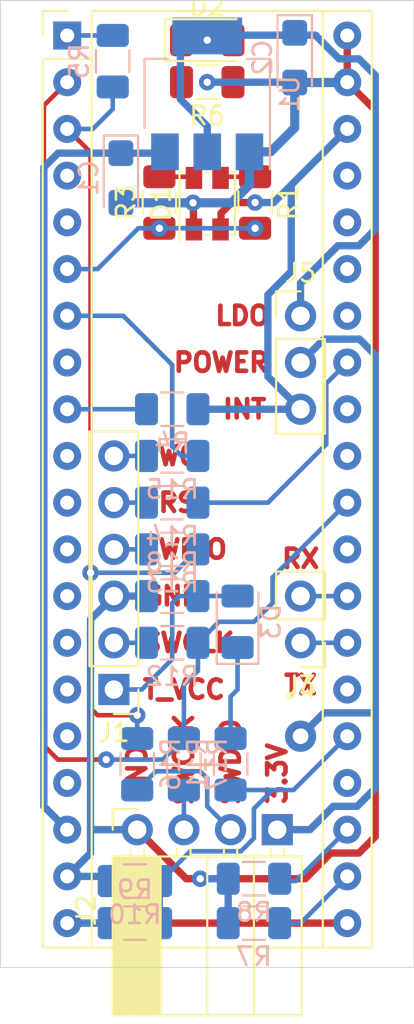
<source format=kicad_pcb>
(kicad_pcb (version 20171130) (host pcbnew 5.1.4)

  (general
    (thickness 1.6)
    (drawings 22)
    (tracks 201)
    (zones 0)
    (modules 29)
    (nets 49)
  )

  (page A4)
  (layers
    (0 F.Cu signal)
    (31 B.Cu signal)
    (32 B.Adhes user)
    (33 F.Adhes user)
    (34 B.Paste user)
    (35 F.Paste user)
    (36 B.SilkS user hide)
    (37 F.SilkS user hide)
    (38 B.Mask user)
    (39 F.Mask user)
    (40 Dwgs.User user)
    (41 Cmts.User user)
    (42 Eco1.User user)
    (43 Eco2.User user)
    (44 Edge.Cuts user)
    (45 Margin user)
    (46 B.CrtYd user)
    (47 F.CrtYd user)
    (48 B.Fab user)
    (49 F.Fab user)
  )

  (setup
    (last_trace_width 0.25)
    (trace_clearance 0.2)
    (zone_clearance 0.1)
    (zone_45_only no)
    (trace_min 0.2)
    (via_size 0.9)
    (via_drill 0.4)
    (via_min_size 0.4)
    (via_min_drill 0.3)
    (uvia_size 0.3)
    (uvia_drill 0.1)
    (uvias_allowed no)
    (uvia_min_size 0.2)
    (uvia_min_drill 0.1)
    (edge_width 0.05)
    (segment_width 0.2)
    (pcb_text_width 0.3)
    (pcb_text_size 1.5 1.5)
    (mod_edge_width 0.12)
    (mod_text_size 1 1)
    (mod_text_width 0.15)
    (pad_size 1.7 1.7)
    (pad_drill 1)
    (pad_to_mask_clearance 0.051)
    (solder_mask_min_width 0.25)
    (aux_axis_origin 0 0)
    (visible_elements FFF9FF7F)
    (pcbplotparams
      (layerselection 0x010f0_ffffffff)
      (usegerberextensions false)
      (usegerberattributes false)
      (usegerberadvancedattributes false)
      (creategerberjobfile false)
      (excludeedgelayer true)
      (linewidth 0.100000)
      (plotframeref false)
      (viasonmask false)
      (mode 1)
      (useauxorigin false)
      (hpglpennumber 1)
      (hpglpenspeed 20)
      (hpglpendiameter 15.000000)
      (psnegative false)
      (psa4output false)
      (plotreference true)
      (plotvalue true)
      (plotinvisibletext false)
      (padsonsilk false)
      (subtractmaskfromsilk false)
      (outputformat 1)
      (mirror false)
      (drillshape 0)
      (scaleselection 1)
      (outputdirectory "gerber"))
  )

  (net 0 "")
  (net 1 GND)
  (net 2 +5V)
  (net 3 +3V3)
  (net 4 "Net-(CN1-Pad37)")
  (net 5 "Net-(CN1-Pad36)")
  (net 6 "Net-(CN1-Pad35)")
  (net 7 "Net-(CN1-Pad32)")
  (net 8 "Net-(CN1-Pad24)")
  (net 9 "Net-(CN1-Pad23)")
  (net 10 "Net-(CN1-Pad22)")
  (net 11 /3V3_BP)
  (net 12 "Net-(CN1-Pad17)")
  (net 13 "Net-(CN1-Pad16)")
  (net 14 "Net-(CN1-Pad15)")
  (net 15 "Net-(CN1-Pad14)")
  (net 16 "Net-(CN1-Pad13)")
  (net 17 "Net-(CN1-Pad12)")
  (net 18 "Net-(CN1-Pad11)")
  (net 19 "Net-(CN1-Pad10)")
  (net 20 "Net-(CN1-Pad9)")
  (net 21 "Net-(CN1-Pad8)")
  (net 22 /T_SWO)
  (net 23 /LED_STLINK)
  (net 24 "Net-(CN1-Pad5)")
  (net 25 "Net-(CN1-Pad4)")
  (net 26 /T_JTMS)
  (net 27 /T_JTCK)
  (net 28 "Net-(CN1-Pad1)")
  (net 29 "Net-(D1-Pad2)")
  (net 30 "Net-(D1-Pad3)")
  (net 31 "Net-(D3-Pad1)")
  (net 32 "Net-(D3-Pad2)")
  (net 33 "Net-(J1-Pad2)")
  (net 34 "Net-(J1-Pad4)")
  (net 35 "Net-(J1-Pad5)")
  (net 36 "Net-(J1-Pad6)")
  (net 37 "Net-(J2-Pad2)")
  (net 38 "Net-(J2-Pad3)")
  (net 39 /STLINK_TX)
  (net 40 /STLINK_RX)
  (net 41 /T_NRST)
  (net 42 /AIN_1)
  (net 43 "Net-(CN1-Pad34)")
  (net 44 "Net-(CN1-Pad31)")
  (net 45 "Net-(CN1-Pad29)")
  (net 46 "Net-(CN1-Pad26)")
  (net 47 "Net-(D2-Pad1)")
  (net 48 /3V3_REG)

  (net_class Default "This is the default net class."
    (clearance 0.2)
    (trace_width 0.25)
    (via_dia 0.9)
    (via_drill 0.4)
    (uvia_dia 0.3)
    (uvia_drill 0.1)
    (add_net /AIN_1)
    (add_net /LED_STLINK)
    (add_net /STLINK_RX)
    (add_net /STLINK_TX)
    (add_net /T_JTCK)
    (add_net /T_JTMS)
    (add_net /T_NRST)
    (add_net /T_SWO)
    (add_net "Net-(CN1-Pad1)")
    (add_net "Net-(CN1-Pad10)")
    (add_net "Net-(CN1-Pad11)")
    (add_net "Net-(CN1-Pad12)")
    (add_net "Net-(CN1-Pad13)")
    (add_net "Net-(CN1-Pad14)")
    (add_net "Net-(CN1-Pad15)")
    (add_net "Net-(CN1-Pad16)")
    (add_net "Net-(CN1-Pad17)")
    (add_net "Net-(CN1-Pad22)")
    (add_net "Net-(CN1-Pad23)")
    (add_net "Net-(CN1-Pad24)")
    (add_net "Net-(CN1-Pad26)")
    (add_net "Net-(CN1-Pad29)")
    (add_net "Net-(CN1-Pad31)")
    (add_net "Net-(CN1-Pad32)")
    (add_net "Net-(CN1-Pad34)")
    (add_net "Net-(CN1-Pad35)")
    (add_net "Net-(CN1-Pad36)")
    (add_net "Net-(CN1-Pad37)")
    (add_net "Net-(CN1-Pad4)")
    (add_net "Net-(CN1-Pad5)")
    (add_net "Net-(CN1-Pad8)")
    (add_net "Net-(CN1-Pad9)")
    (add_net "Net-(D1-Pad2)")
    (add_net "Net-(D1-Pad3)")
    (add_net "Net-(D2-Pad1)")
    (add_net "Net-(D3-Pad1)")
    (add_net "Net-(D3-Pad2)")
    (add_net "Net-(J1-Pad2)")
    (add_net "Net-(J1-Pad4)")
    (add_net "Net-(J1-Pad5)")
    (add_net "Net-(J1-Pad6)")
    (add_net "Net-(J2-Pad2)")
    (add_net "Net-(J2-Pad3)")
  )

  (net_class Power ""
    (clearance 0.2)
    (trace_width 0.4)
    (via_dia 0.9)
    (via_drill 0.4)
    (uvia_dia 0.3)
    (uvia_drill 0.1)
    (add_net +3V3)
    (add_net +5V)
    (add_net /3V3_BP)
    (add_net /3V3_REG)
    (add_net GND)
  )

  (module Connector_PinHeader_2.54mm:PinHeader_1x03_P2.54mm_Vertical (layer F.Cu) (tedit 59FED5CC) (tstamp 5D6D49B1)
    (at 38.1 40.64)
    (descr "Through hole straight pin header, 1x03, 2.54mm pitch, single row")
    (tags "Through hole pin header THT 1x03 2.54mm single row")
    (path /5D6DA905)
    (fp_text reference J5 (at 0 -2.33) (layer F.SilkS)
      (effects (font (size 1 1) (thickness 0.15)))
    )
    (fp_text value PWR (at 0 7.41) (layer F.Fab)
      (effects (font (size 1 1) (thickness 0.15)))
    )
    (fp_text user %R (at 0 2.54 90) (layer F.Fab)
      (effects (font (size 1 1) (thickness 0.15)))
    )
    (fp_line (start 1.8 -1.8) (end -1.8 -1.8) (layer F.CrtYd) (width 0.05))
    (fp_line (start 1.8 6.85) (end 1.8 -1.8) (layer F.CrtYd) (width 0.05))
    (fp_line (start -1.8 6.85) (end 1.8 6.85) (layer F.CrtYd) (width 0.05))
    (fp_line (start -1.8 -1.8) (end -1.8 6.85) (layer F.CrtYd) (width 0.05))
    (fp_line (start -1.33 -1.33) (end 0 -1.33) (layer F.SilkS) (width 0.12))
    (fp_line (start -1.33 0) (end -1.33 -1.33) (layer F.SilkS) (width 0.12))
    (fp_line (start -1.33 1.27) (end 1.33 1.27) (layer F.SilkS) (width 0.12))
    (fp_line (start 1.33 1.27) (end 1.33 6.41) (layer F.SilkS) (width 0.12))
    (fp_line (start -1.33 1.27) (end -1.33 6.41) (layer F.SilkS) (width 0.12))
    (fp_line (start -1.33 6.41) (end 1.33 6.41) (layer F.SilkS) (width 0.12))
    (fp_line (start -1.27 -0.635) (end -0.635 -1.27) (layer F.Fab) (width 0.1))
    (fp_line (start -1.27 6.35) (end -1.27 -0.635) (layer F.Fab) (width 0.1))
    (fp_line (start 1.27 6.35) (end -1.27 6.35) (layer F.Fab) (width 0.1))
    (fp_line (start 1.27 -1.27) (end 1.27 6.35) (layer F.Fab) (width 0.1))
    (fp_line (start -0.635 -1.27) (end 1.27 -1.27) (layer F.Fab) (width 0.1))
    (pad 3 thru_hole oval (at 0 5.08) (size 1.7 1.7) (drill 1) (layers *.Cu *.Mask)
      (net 11 /3V3_BP))
    (pad 2 thru_hole oval (at 0 2.54) (size 1.7 1.7) (drill 1) (layers *.Cu *.Mask)
      (net 3 +3V3))
    (pad 1 thru_hole oval (at 0 0) (size 1.7 1.7) (drill 1) (layers *.Cu *.Mask)
      (net 48 /3V3_REG))
    (model ${KISYS3DMOD}/Connector_PinHeader_2.54mm.3dshapes/PinHeader_1x03_P2.54mm_Vertical.wrl
      (at (xyz 0 0 0))
      (scale (xyz 1 1 1))
      (rotate (xyz 0 0 0))
    )
  )

  (module LED_SMD:LED_Kingbright_AAA3528ESGCT (layer F.Cu) (tedit 5B43C79E) (tstamp 5D6950CC)
    (at 33.02 34.544 90)
    (descr "Kingbright, dual LED, 3.5 x 2.8 mm Surface Mount LED Lamp (http://www.kingbrightusa.com/images/catalog/SPEC/AAA3528ESGCT.pdf)")
    (tags "dual led smd")
    (path /5D5CE375)
    (attr smd)
    (fp_text reference D1 (at 0 -2.5 90) (layer F.SilkS)
      (effects (font (size 1 1) (thickness 0.15)))
    )
    (fp_text value LED_Dual_CACA (at 0 2.5 90) (layer F.Fab)
      (effects (font (size 1 1) (thickness 0.15)))
    )
    (fp_line (start 1.71 -1.355) (end 1.71 -1.51) (layer F.SilkS) (width 0.12))
    (fp_line (start 1.71 -0.095) (end 1.71 0.095) (layer F.SilkS) (width 0.12))
    (fp_line (start -1.71 1.355) (end -1.71 1.51) (layer F.SilkS) (width 0.12))
    (fp_line (start -0.9 -1.4) (end -1.6 -0.7) (layer F.Fab) (width 0.1))
    (fp_line (start 2.25 -1.65) (end 2.25 1.65) (layer F.CrtYd) (width 0.05))
    (fp_line (start -2.25 -1.65) (end -2.25 1.65) (layer F.CrtYd) (width 0.05))
    (fp_line (start -2.25 1.65) (end 2.25 1.65) (layer F.CrtYd) (width 0.05))
    (fp_line (start -2.25 -1.65) (end 2.25 -1.65) (layer F.CrtYd) (width 0.05))
    (fp_line (start -1.71 -0.095) (end -1.71 0.095) (layer F.SilkS) (width 0.12))
    (fp_line (start 1.71 1.355) (end 1.71 1.51) (layer F.SilkS) (width 0.12))
    (fp_line (start -1.71 1.51) (end 1.71 1.51) (layer F.SilkS) (width 0.12))
    (fp_line (start -2 -1.51) (end 1.71 -1.51) (layer F.SilkS) (width 0.12))
    (fp_line (start -0.9 -1.4) (end 1.6 -1.4) (layer F.Fab) (width 0.1))
    (fp_line (start 1.6 -1.4) (end 1.6 1.4) (layer F.Fab) (width 0.1))
    (fp_line (start 1.6 1.4) (end -1.6 1.4) (layer F.Fab) (width 0.1))
    (fp_line (start -1.6 1.4) (end -1.6 -0.7) (layer F.Fab) (width 0.1))
    (fp_text user %R (at 0 0 90) (layer F.Fab)
      (effects (font (size 0.8 0.8) (thickness 0.13)))
    )
    (pad 1 smd rect (at -1.4 -0.725 90) (size 1.2 0.9) (layers F.Cu F.Paste F.Mask)
      (net 1 GND))
    (pad 3 smd rect (at 1.4 0.725 90) (size 1.2 0.9) (layers F.Cu F.Paste F.Mask)
      (net 30 "Net-(D1-Pad3)"))
    (pad 4 smd rect (at -1.4 0.725 90) (size 1.2 0.9) (layers F.Cu F.Paste F.Mask)
      (net 11 /3V3_BP))
    (pad 2 smd rect (at 1.4 -0.725 90) (size 1.2 0.9) (layers F.Cu F.Paste F.Mask)
      (net 29 "Net-(D1-Pad2)"))
    (model ${KISYS3DMOD}/LED_SMD.3dshapes/LED_Kingbright_AAA3528ESGCT.wrl
      (at (xyz 0 0 0))
      (scale (xyz 1 1 1))
      (rotate (xyz 0 0 0))
    )
  )

  (module Connector_Wire:SolderWirePad_1x01_Drill0.8mm (layer F.Cu) (tedit 5D691A3F) (tstamp 5D693670)
    (at 38.1 63.5)
    (descr "Wire solder connection")
    (tags connector)
    (path /5D6FD76F)
    (attr virtual)
    (fp_text reference J4 (at 0 -2.54) (layer F.SilkS)
      (effects (font (size 1 1) (thickness 0.15)))
    )
    (fp_text value 3V3 (at 0 2.54) (layer F.Fab)
      (effects (font (size 1 1) (thickness 0.15)))
    )
    (fp_line (start 1.5 1.5) (end -1.5 1.5) (layer F.CrtYd) (width 0.05))
    (fp_line (start 1.5 1.5) (end 1.5 -1.5) (layer F.CrtYd) (width 0.05))
    (fp_line (start -1.5 -1.5) (end -1.5 1.5) (layer F.CrtYd) (width 0.05))
    (fp_line (start -1.5 -1.5) (end 1.5 -1.5) (layer F.CrtYd) (width 0.05))
    (fp_text user %R (at 0 0) (layer F.Fab)
      (effects (font (size 1 1) (thickness 0.15)))
    )
    (pad 1 thru_hole circle (at 0 0) (size 1.7 1.7) (drill 0.85) (layers *.Cu *.Mask)
      (net 3 +3V3))
  )

  (module Package_TO_SOT_SMD:SOT-223-3_TabPin2 (layer B.Cu) (tedit 5A02FF57) (tstamp 5D59D41E)
    (at 33.02 28.575 90)
    (descr "module CMS SOT223 4 pins")
    (tags "CMS SOT")
    (path /5D5D8CC7)
    (attr smd)
    (fp_text reference U1 (at 0 4.5 90) (layer B.SilkS)
      (effects (font (size 1 1) (thickness 0.15)) (justify mirror))
    )
    (fp_text value AP1117-33 (at 0 -4.5 90) (layer B.Fab)
      (effects (font (size 1 1) (thickness 0.15)) (justify mirror))
    )
    (fp_text user %R (at 0 0 180) (layer B.Fab)
      (effects (font (size 0.8 0.8) (thickness 0.12)) (justify mirror))
    )
    (fp_line (start 1.91 -3.41) (end 1.91 -2.15) (layer B.SilkS) (width 0.12))
    (fp_line (start 1.91 3.41) (end 1.91 2.15) (layer B.SilkS) (width 0.12))
    (fp_line (start 4.4 3.6) (end -4.4 3.6) (layer B.CrtYd) (width 0.05))
    (fp_line (start 4.4 -3.6) (end 4.4 3.6) (layer B.CrtYd) (width 0.05))
    (fp_line (start -4.4 -3.6) (end 4.4 -3.6) (layer B.CrtYd) (width 0.05))
    (fp_line (start -4.4 3.6) (end -4.4 -3.6) (layer B.CrtYd) (width 0.05))
    (fp_line (start -1.85 2.35) (end -0.85 3.35) (layer B.Fab) (width 0.1))
    (fp_line (start -1.85 2.35) (end -1.85 -3.35) (layer B.Fab) (width 0.1))
    (fp_line (start -1.85 -3.41) (end 1.91 -3.41) (layer B.SilkS) (width 0.12))
    (fp_line (start -0.85 3.35) (end 1.85 3.35) (layer B.Fab) (width 0.1))
    (fp_line (start -4.1 3.41) (end 1.91 3.41) (layer B.SilkS) (width 0.12))
    (fp_line (start -1.85 -3.35) (end 1.85 -3.35) (layer B.Fab) (width 0.1))
    (fp_line (start 1.85 3.35) (end 1.85 -3.35) (layer B.Fab) (width 0.1))
    (pad 2 smd rect (at 3.15 0 90) (size 2 3.8) (layers B.Cu B.Paste B.Mask)
      (net 48 /3V3_REG))
    (pad 2 smd rect (at -3.15 0 90) (size 2 1.5) (layers B.Cu B.Paste B.Mask)
      (net 48 /3V3_REG))
    (pad 3 smd rect (at -3.15 -2.3 90) (size 2 1.5) (layers B.Cu B.Paste B.Mask)
      (net 2 +5V))
    (pad 1 smd rect (at -3.15 2.3 90) (size 2 1.5) (layers B.Cu B.Paste B.Mask)
      (net 1 GND))
    (model ${KISYS3DMOD}/Package_TO_SOT_SMD.3dshapes/SOT-223.wrl
      (at (xyz 0 0 0))
      (scale (xyz 1 1 1))
      (rotate (xyz 0 0 0))
    )
  )

  (module Capacitor_Tantalum_SMD:CP_EIA-3216-18_Kemet-A (layer B.Cu) (tedit 5B301BBE) (tstamp 5D690485)
    (at 37.7825 26.6065 270)
    (descr "Tantalum Capacitor SMD Kemet-A (3216-18 Metric), IPC_7351 nominal, (Body size from: http://www.kemet.com/Lists/ProductCatalog/Attachments/253/KEM_TC101_STD.pdf), generated with kicad-footprint-generator")
    (tags "capacitor tantalum")
    (path /5D68B56F)
    (attr smd)
    (fp_text reference C2 (at 0 1.75 90) (layer B.SilkS)
      (effects (font (size 1 1) (thickness 0.15)) (justify mirror))
    )
    (fp_text value 10uF (at 0 -1.75 90) (layer B.Fab)
      (effects (font (size 1 1) (thickness 0.15)) (justify mirror))
    )
    (fp_text user %R (at 0 0 90) (layer B.Fab)
      (effects (font (size 0.8 0.8) (thickness 0.12)) (justify mirror))
    )
    (fp_line (start 2.3 -1.05) (end -2.3 -1.05) (layer B.CrtYd) (width 0.05))
    (fp_line (start 2.3 1.05) (end 2.3 -1.05) (layer B.CrtYd) (width 0.05))
    (fp_line (start -2.3 1.05) (end 2.3 1.05) (layer B.CrtYd) (width 0.05))
    (fp_line (start -2.3 -1.05) (end -2.3 1.05) (layer B.CrtYd) (width 0.05))
    (fp_line (start -2.31 -0.935) (end 1.6 -0.935) (layer B.SilkS) (width 0.12))
    (fp_line (start -2.31 0.935) (end -2.31 -0.935) (layer B.SilkS) (width 0.12))
    (fp_line (start 1.6 0.935) (end -2.31 0.935) (layer B.SilkS) (width 0.12))
    (fp_line (start 1.6 -0.8) (end 1.6 0.8) (layer B.Fab) (width 0.1))
    (fp_line (start -1.6 -0.8) (end 1.6 -0.8) (layer B.Fab) (width 0.1))
    (fp_line (start -1.6 0.4) (end -1.6 -0.8) (layer B.Fab) (width 0.1))
    (fp_line (start -1.2 0.8) (end -1.6 0.4) (layer B.Fab) (width 0.1))
    (fp_line (start 1.6 0.8) (end -1.2 0.8) (layer B.Fab) (width 0.1))
    (pad 2 smd roundrect (at 1.35 0 270) (size 1.4 1.35) (layers B.Cu B.Paste B.Mask) (roundrect_rratio 0.185185)
      (net 1 GND))
    (pad 1 smd roundrect (at -1.35 0 270) (size 1.4 1.35) (layers B.Cu B.Paste B.Mask) (roundrect_rratio 0.185185)
      (net 48 /3V3_REG))
    (model ${KISYS3DMOD}/Capacitor_Tantalum_SMD.3dshapes/CP_EIA-3216-18_Kemet-A.wrl
      (at (xyz 0 0 0))
      (scale (xyz 1 1 1))
      (rotate (xyz 0 0 0))
    )
  )

  (module Capacitor_Tantalum_SMD:CP_EIA-3216-18_Kemet-A (layer B.Cu) (tedit 5B301BBE) (tstamp 5D68B287)
    (at 28.321 33.147 270)
    (descr "Tantalum Capacitor SMD Kemet-A (3216-18 Metric), IPC_7351 nominal, (Body size from: http://www.kemet.com/Lists/ProductCatalog/Attachments/253/KEM_TC101_STD.pdf), generated with kicad-footprint-generator")
    (tags "capacitor tantalum")
    (path /5D68BAB6)
    (attr smd)
    (fp_text reference C1 (at 0 1.75 90) (layer B.SilkS)
      (effects (font (size 1 1) (thickness 0.15)) (justify mirror))
    )
    (fp_text value 10uF (at 0 -1.75 90) (layer B.Fab)
      (effects (font (size 1 1) (thickness 0.15)) (justify mirror))
    )
    (fp_text user %R (at 0 0 90) (layer B.Fab)
      (effects (font (size 0.8 0.8) (thickness 0.12)) (justify mirror))
    )
    (fp_line (start 2.3 -1.05) (end -2.3 -1.05) (layer B.CrtYd) (width 0.05))
    (fp_line (start 2.3 1.05) (end 2.3 -1.05) (layer B.CrtYd) (width 0.05))
    (fp_line (start -2.3 1.05) (end 2.3 1.05) (layer B.CrtYd) (width 0.05))
    (fp_line (start -2.3 -1.05) (end -2.3 1.05) (layer B.CrtYd) (width 0.05))
    (fp_line (start -2.31 -0.935) (end 1.6 -0.935) (layer B.SilkS) (width 0.12))
    (fp_line (start -2.31 0.935) (end -2.31 -0.935) (layer B.SilkS) (width 0.12))
    (fp_line (start 1.6 0.935) (end -2.31 0.935) (layer B.SilkS) (width 0.12))
    (fp_line (start 1.6 -0.8) (end 1.6 0.8) (layer B.Fab) (width 0.1))
    (fp_line (start -1.6 -0.8) (end 1.6 -0.8) (layer B.Fab) (width 0.1))
    (fp_line (start -1.6 0.4) (end -1.6 -0.8) (layer B.Fab) (width 0.1))
    (fp_line (start -1.2 0.8) (end -1.6 0.4) (layer B.Fab) (width 0.1))
    (fp_line (start 1.6 0.8) (end -1.2 0.8) (layer B.Fab) (width 0.1))
    (pad 2 smd roundrect (at 1.35 0 270) (size 1.4 1.35) (layers B.Cu B.Paste B.Mask) (roundrect_rratio 0.185185)
      (net 1 GND))
    (pad 1 smd roundrect (at -1.35 0 270) (size 1.4 1.35) (layers B.Cu B.Paste B.Mask) (roundrect_rratio 0.185185)
      (net 2 +5V))
    (model ${KISYS3DMOD}/Capacitor_Tantalum_SMD.3dshapes/CP_EIA-3216-18_Kemet-A.wrl
      (at (xyz 0 0 0))
      (scale (xyz 1 1 1))
      (rotate (xyz 0 0 0))
    )
  )

  (module unsorted:PinSocket_1x04_P2.54mm_Horizontal_Mirrored (layer F.Cu) (tedit 5D5AB7F8) (tstamp 5D5B27E1)
    (at 29.21 68.58 90)
    (descr "Through hole angled socket strip, 1x04, 2.54mm pitch, 8.51mm socket length, single row (from Kicad 4.0.7), script generated")
    (tags "Through hole angled socket strip THT 1x04 2.54mm single row")
    (path /5D5A2A25)
    (fp_text reference J2 (at -4.38 -2.77 90) (layer F.SilkS)
      (effects (font (size 1 1) (thickness 0.15)))
    )
    (fp_text value SWD_BP (at -4.38 10.39 90) (layer F.Fab)
      (effects (font (size 1 1) (thickness 0.15)))
    )
    (fp_text user %R (at -5.775 3.81) (layer F.Fab)
      (effects (font (size 1 1) (thickness 0.15)))
    )
    (fp_line (start 1.75 9.45) (end 1.75 -1.75) (layer F.CrtYd) (width 0.05))
    (fp_line (start -10.55 9.45) (end 1.75 9.45) (layer F.CrtYd) (width 0.05))
    (fp_line (start -10.55 -1.75) (end -10.55 9.45) (layer F.CrtYd) (width 0.05))
    (fp_line (start 1.75 -1.75) (end -10.55 -1.75) (layer F.CrtYd) (width 0.05))
    (fp_line (start 0 -1.33) (end 1.11 -1.33) (layer F.SilkS) (width 0.12))
    (fp_line (start 1.11 -1.33) (end 1.11 0) (layer F.SilkS) (width 0.12))
    (fp_line (start -10.09 -1.33) (end -10.09 8.95) (layer F.SilkS) (width 0.12))
    (fp_line (start -10.09 8.95) (end -1.46 8.95) (layer F.SilkS) (width 0.12))
    (fp_line (start -1.46 -1.33) (end -1.46 8.95) (layer F.SilkS) (width 0.12))
    (fp_line (start -10.09 -1.33) (end -1.46 -1.33) (layer F.SilkS) (width 0.12))
    (fp_line (start -10.09 6.35) (end -1.46 6.35) (layer F.SilkS) (width 0.12))
    (fp_line (start -10.09 3.81) (end -1.46 3.81) (layer F.SilkS) (width 0.12))
    (fp_line (start -10.09 1.27) (end -1.46 1.27) (layer F.SilkS) (width 0.12))
    (fp_line (start -1.46 7.98) (end -1.05 7.98) (layer F.SilkS) (width 0.12))
    (fp_line (start -1.46 7.26) (end -1.05 7.26) (layer F.SilkS) (width 0.12))
    (fp_line (start -1.46 5.44) (end -1.05 5.44) (layer F.SilkS) (width 0.12))
    (fp_line (start -1.46 4.72) (end -1.05 4.72) (layer F.SilkS) (width 0.12))
    (fp_line (start -1.46 2.9) (end -1.05 2.9) (layer F.SilkS) (width 0.12))
    (fp_line (start -1.46 2.18) (end -1.05 2.18) (layer F.SilkS) (width 0.12))
    (fp_line (start -1.46 0.36) (end -1.11 0.36) (layer F.SilkS) (width 0.12))
    (fp_line (start -1.46 -0.36) (end -1.11 -0.36) (layer F.SilkS) (width 0.12))
    (fp_line (start -10.09 1.1519) (end -1.46 1.1519) (layer F.SilkS) (width 0.12))
    (fp_line (start -10.09 1.033805) (end -1.46 1.033805) (layer F.SilkS) (width 0.12))
    (fp_line (start -10.09 0.91571) (end -1.46 0.91571) (layer F.SilkS) (width 0.12))
    (fp_line (start -10.09 0.797615) (end -1.46 0.797615) (layer F.SilkS) (width 0.12))
    (fp_line (start -10.09 0.67952) (end -1.46 0.67952) (layer F.SilkS) (width 0.12))
    (fp_line (start -10.09 0.561425) (end -1.46 0.561425) (layer F.SilkS) (width 0.12))
    (fp_line (start -10.09 0.44333) (end -1.46 0.44333) (layer F.SilkS) (width 0.12))
    (fp_line (start -10.09 0.325235) (end -1.46 0.325235) (layer F.SilkS) (width 0.12))
    (fp_line (start -10.09 0.20714) (end -1.46 0.20714) (layer F.SilkS) (width 0.12))
    (fp_line (start -10.09 0.089045) (end -1.46 0.089045) (layer F.SilkS) (width 0.12))
    (fp_line (start -10.09 -0.02905) (end -1.46 -0.02905) (layer F.SilkS) (width 0.12))
    (fp_line (start -10.09 -0.147145) (end -1.46 -0.147145) (layer F.SilkS) (width 0.12))
    (fp_line (start -10.09 -0.26524) (end -1.46 -0.26524) (layer F.SilkS) (width 0.12))
    (fp_line (start -10.09 -0.383335) (end -1.46 -0.383335) (layer F.SilkS) (width 0.12))
    (fp_line (start -10.09 -0.50143) (end -1.46 -0.50143) (layer F.SilkS) (width 0.12))
    (fp_line (start -10.09 -0.619525) (end -1.46 -0.619525) (layer F.SilkS) (width 0.12))
    (fp_line (start -10.09 -0.73762) (end -1.46 -0.73762) (layer F.SilkS) (width 0.12))
    (fp_line (start -10.09 -0.855715) (end -1.46 -0.855715) (layer F.SilkS) (width 0.12))
    (fp_line (start -10.09 -0.97381) (end -1.46 -0.97381) (layer F.SilkS) (width 0.12))
    (fp_line (start -10.09 -1.091905) (end -1.46 -1.091905) (layer F.SilkS) (width 0.12))
    (fp_line (start -10.09 -1.21) (end -1.46 -1.21) (layer F.SilkS) (width 0.12))
    (fp_line (start 0 7.92) (end 0 7.32) (layer F.Fab) (width 0.1))
    (fp_line (start -1.52 7.92) (end 0 7.92) (layer F.Fab) (width 0.1))
    (fp_line (start 0 7.32) (end -1.52 7.32) (layer F.Fab) (width 0.1))
    (fp_line (start 0 5.38) (end 0 4.78) (layer F.Fab) (width 0.1))
    (fp_line (start -1.52 5.38) (end 0 5.38) (layer F.Fab) (width 0.1))
    (fp_line (start 0 4.78) (end -1.52 4.78) (layer F.Fab) (width 0.1))
    (fp_line (start 0 2.84) (end 0 2.24) (layer F.Fab) (width 0.1))
    (fp_line (start -1.52 2.84) (end 0 2.84) (layer F.Fab) (width 0.1))
    (fp_line (start 0 2.24) (end -1.52 2.24) (layer F.Fab) (width 0.1))
    (fp_line (start 0 0.3) (end 0 -0.3) (layer F.Fab) (width 0.1))
    (fp_line (start -1.52 0.3) (end 0 0.3) (layer F.Fab) (width 0.1))
    (fp_line (start 0 -0.3) (end -1.52 -0.3) (layer F.Fab) (width 0.1))
    (fp_line (start -10.03 8.89) (end -10.03 -1.27) (layer F.Fab) (width 0.1))
    (fp_line (start -1.52 8.89) (end -10.03 8.89) (layer F.Fab) (width 0.1))
    (fp_line (start -1.52 -0.3) (end -1.52 8.89) (layer F.Fab) (width 0.1))
    (fp_line (start -2.49 -1.27) (end -1.52 -0.3) (layer F.Fab) (width 0.1))
    (fp_line (start -10.03 -1.27) (end -2.49 -1.27) (layer F.Fab) (width 0.1))
    (pad 4 thru_hole oval (at 0 0 90) (size 1.7 1.7) (drill 1) (layers *.Cu *.Mask)
      (net 1 GND))
    (pad 3 thru_hole oval (at 0 2.54 90) (size 1.7 1.7) (drill 1) (layers *.Cu *.Mask)
      (net 38 "Net-(J2-Pad3)"))
    (pad 2 thru_hole oval (at 0 5.08 90) (size 1.7 1.7) (drill 1) (layers *.Cu *.Mask)
      (net 37 "Net-(J2-Pad2)"))
    (pad 1 thru_hole rect (at 0 7.62 90) (size 1.7 1.7) (drill 1) (layers *.Cu *.Mask)
      (net 3 +3V3))
    (model ${KISYS3DMOD}/Connector_PinSocket_2.54mm.3dshapes/PinSocket_1x04_P2.54mm_Horizontal.wrl
      (at (xyz 0 0 0))
      (scale (xyz 1 1 1))
      (rotate (xyz 0 0 0))
    )
  )

  (module Connector_PinHeader_2.54mm:PinHeader_1x06_P2.54mm_Vertical (layer F.Cu) (tedit 59FED5CC) (tstamp 5D5B73C3)
    (at 27.94 60.96 180)
    (descr "Through hole straight pin header, 1x06, 2.54mm pitch, single row")
    (tags "Through hole pin header THT 1x06 2.54mm single row")
    (path /5D5A218F)
    (fp_text reference J1 (at 0 -2.33) (layer F.SilkS)
      (effects (font (size 1 1) (thickness 0.15)))
    )
    (fp_text value SWD (at 0 15.03) (layer F.Fab)
      (effects (font (size 1 1) (thickness 0.15)))
    )
    (fp_text user %R (at 0 6.35 90) (layer F.Fab)
      (effects (font (size 1 1) (thickness 0.15)))
    )
    (fp_line (start 1.8 -1.8) (end -1.8 -1.8) (layer F.CrtYd) (width 0.05))
    (fp_line (start 1.8 14.5) (end 1.8 -1.8) (layer F.CrtYd) (width 0.05))
    (fp_line (start -1.8 14.5) (end 1.8 14.5) (layer F.CrtYd) (width 0.05))
    (fp_line (start -1.8 -1.8) (end -1.8 14.5) (layer F.CrtYd) (width 0.05))
    (fp_line (start -1.33 -1.33) (end 0 -1.33) (layer F.SilkS) (width 0.12))
    (fp_line (start -1.33 0) (end -1.33 -1.33) (layer F.SilkS) (width 0.12))
    (fp_line (start -1.33 1.27) (end 1.33 1.27) (layer F.SilkS) (width 0.12))
    (fp_line (start 1.33 1.27) (end 1.33 14.03) (layer F.SilkS) (width 0.12))
    (fp_line (start -1.33 1.27) (end -1.33 14.03) (layer F.SilkS) (width 0.12))
    (fp_line (start -1.33 14.03) (end 1.33 14.03) (layer F.SilkS) (width 0.12))
    (fp_line (start -1.27 -0.635) (end -0.635 -1.27) (layer F.Fab) (width 0.1))
    (fp_line (start -1.27 13.97) (end -1.27 -0.635) (layer F.Fab) (width 0.1))
    (fp_line (start 1.27 13.97) (end -1.27 13.97) (layer F.Fab) (width 0.1))
    (fp_line (start 1.27 -1.27) (end 1.27 13.97) (layer F.Fab) (width 0.1))
    (fp_line (start -0.635 -1.27) (end 1.27 -1.27) (layer F.Fab) (width 0.1))
    (pad 6 thru_hole oval (at 0 12.7 180) (size 1.7 1.7) (drill 1) (layers *.Cu *.Mask)
      (net 36 "Net-(J1-Pad6)"))
    (pad 5 thru_hole oval (at 0 10.16 180) (size 1.7 1.7) (drill 1) (layers *.Cu *.Mask)
      (net 35 "Net-(J1-Pad5)"))
    (pad 4 thru_hole oval (at 0 7.62 180) (size 1.7 1.7) (drill 1) (layers *.Cu *.Mask)
      (net 34 "Net-(J1-Pad4)"))
    (pad 3 thru_hole oval (at 0 5.08 180) (size 1.7 1.7) (drill 1) (layers *.Cu *.Mask)
      (net 1 GND))
    (pad 2 thru_hole oval (at 0 2.54 180) (size 1.7 1.7) (drill 1) (layers *.Cu *.Mask)
      (net 33 "Net-(J1-Pad2)"))
    (pad 1 thru_hole rect (at 0 0 180) (size 1.7 1.7) (drill 1) (layers *.Cu *.Mask)
      (net 32 "Net-(D3-Pad2)"))
    (model ${KISYS3DMOD}/Connector_PinHeader_2.54mm.3dshapes/PinHeader_1x06_P2.54mm_Vertical.wrl
      (at (xyz 0 0 0))
      (scale (xyz 1 1 1))
      (rotate (xyz 0 0 0))
    )
  )

  (module Resistor_SMD:R_1206_3216Metric (layer B.Cu) (tedit 5B301BBD) (tstamp 5D59D391)
    (at 34.29 65.024 270)
    (descr "Resistor SMD 1206 (3216 Metric), square (rectangular) end terminal, IPC_7351 nominal, (Body size source: http://www.tortai-tech.com/upload/download/2011102023233369053.pdf), generated with kicad-footprint-generator")
    (tags resistor)
    (path /5D60F50C)
    (attr smd)
    (fp_text reference R11 (at 0 1.82 270) (layer B.SilkS)
      (effects (font (size 1 1) (thickness 0.15)) (justify mirror))
    )
    (fp_text value "100 (NP)" (at 0 -1.82 270) (layer B.Fab)
      (effects (font (size 1 1) (thickness 0.15)) (justify mirror))
    )
    (fp_text user %R (at 0 0 270) (layer B.Fab)
      (effects (font (size 0.8 0.8) (thickness 0.12)) (justify mirror))
    )
    (fp_line (start 2.28 -1.12) (end -2.28 -1.12) (layer B.CrtYd) (width 0.05))
    (fp_line (start 2.28 1.12) (end 2.28 -1.12) (layer B.CrtYd) (width 0.05))
    (fp_line (start -2.28 1.12) (end 2.28 1.12) (layer B.CrtYd) (width 0.05))
    (fp_line (start -2.28 -1.12) (end -2.28 1.12) (layer B.CrtYd) (width 0.05))
    (fp_line (start -0.602064 -0.91) (end 0.602064 -0.91) (layer B.SilkS) (width 0.12))
    (fp_line (start -0.602064 0.91) (end 0.602064 0.91) (layer B.SilkS) (width 0.12))
    (fp_line (start 1.6 -0.8) (end -1.6 -0.8) (layer B.Fab) (width 0.1))
    (fp_line (start 1.6 0.8) (end 1.6 -0.8) (layer B.Fab) (width 0.1))
    (fp_line (start -1.6 0.8) (end 1.6 0.8) (layer B.Fab) (width 0.1))
    (fp_line (start -1.6 -0.8) (end -1.6 0.8) (layer B.Fab) (width 0.1))
    (pad 2 smd roundrect (at 1.4 0 270) (size 1.25 1.75) (layers B.Cu B.Paste B.Mask) (roundrect_rratio 0.2)
      (net 42 /AIN_1))
    (pad 1 smd roundrect (at -1.4 0 270) (size 1.25 1.75) (layers B.Cu B.Paste B.Mask) (roundrect_rratio 0.2)
      (net 31 "Net-(D3-Pad1)"))
    (model ${KISYS3DMOD}/Resistor_SMD.3dshapes/R_1206_3216Metric.wrl
      (at (xyz 0 0 0))
      (scale (xyz 1 1 1))
      (rotate (xyz 0 0 0))
    )
  )

  (module Connector_PinHeader_2.54mm:PinHeader_1x02_P2.54mm_Vertical (layer F.Cu) (tedit 59FED5CC) (tstamp 5D5A537E)
    (at 38.1 58.42 180)
    (descr "Through hole straight pin header, 1x02, 2.54mm pitch, single row")
    (tags "Through hole pin header THT 1x02 2.54mm single row")
    (path /5D5A6EAC)
    (fp_text reference J3 (at 0 -2.33 180) (layer F.SilkS)
      (effects (font (size 1 1) (thickness 0.15)))
    )
    (fp_text value UART (at 0 4.87 180) (layer F.Fab)
      (effects (font (size 1 1) (thickness 0.15)))
    )
    (fp_text user %R (at 0 1.27 -90) (layer F.Fab)
      (effects (font (size 1 1) (thickness 0.15)))
    )
    (fp_line (start 1.8 -1.8) (end -1.8 -1.8) (layer F.CrtYd) (width 0.05))
    (fp_line (start 1.8 4.35) (end 1.8 -1.8) (layer F.CrtYd) (width 0.05))
    (fp_line (start -1.8 4.35) (end 1.8 4.35) (layer F.CrtYd) (width 0.05))
    (fp_line (start -1.8 -1.8) (end -1.8 4.35) (layer F.CrtYd) (width 0.05))
    (fp_line (start -1.33 -1.33) (end 0 -1.33) (layer F.SilkS) (width 0.12))
    (fp_line (start -1.33 0) (end -1.33 -1.33) (layer F.SilkS) (width 0.12))
    (fp_line (start -1.33 1.27) (end 1.33 1.27) (layer F.SilkS) (width 0.12))
    (fp_line (start 1.33 1.27) (end 1.33 3.87) (layer F.SilkS) (width 0.12))
    (fp_line (start -1.33 1.27) (end -1.33 3.87) (layer F.SilkS) (width 0.12))
    (fp_line (start -1.33 3.87) (end 1.33 3.87) (layer F.SilkS) (width 0.12))
    (fp_line (start -1.27 -0.635) (end -0.635 -1.27) (layer F.Fab) (width 0.1))
    (fp_line (start -1.27 3.81) (end -1.27 -0.635) (layer F.Fab) (width 0.1))
    (fp_line (start 1.27 3.81) (end -1.27 3.81) (layer F.Fab) (width 0.1))
    (fp_line (start 1.27 -1.27) (end 1.27 3.81) (layer F.Fab) (width 0.1))
    (fp_line (start -0.635 -1.27) (end 1.27 -1.27) (layer F.Fab) (width 0.1))
    (pad 2 thru_hole oval (at 0 2.54 180) (size 1.7 1.7) (drill 1) (layers *.Cu *.Mask)
      (net 40 /STLINK_RX))
    (pad 1 thru_hole oval (at 0 0 180) (size 1.7 1.7) (drill 1) (layers *.Cu *.Mask)
      (net 39 /STLINK_TX))
    (model ${KISYS3DMOD}/Connector_PinHeader_2.54mm.3dshapes/PinHeader_1x02_P2.54mm_Vertical.wrl
      (at (xyz 0 0 0))
      (scale (xyz 1 1 1))
      (rotate (xyz 0 0 0))
    )
  )

  (module Diode_SMD:D_1206_3216Metric (layer B.Cu) (tedit 5B301BBE) (tstamp 5D5A2896)
    (at 34.671 57.277 90)
    (descr "Diode SMD 1206 (3216 Metric), square (rectangular) end terminal, IPC_7351 nominal, (Body size source: http://www.tortai-tech.com/upload/download/2011102023233369053.pdf), generated with kicad-footprint-generator")
    (tags diode)
    (path /5D60D218)
    (attr smd)
    (fp_text reference D3 (at 0 1.82 90) (layer B.SilkS)
      (effects (font (size 1 1) (thickness 0.15)) (justify mirror))
    )
    (fp_text value D_Small (at 0 -1.82 90) (layer B.Fab)
      (effects (font (size 1 1) (thickness 0.15)) (justify mirror))
    )
    (fp_line (start 1.6 0.8) (end -1.2 0.8) (layer B.Fab) (width 0.1))
    (fp_line (start -1.2 0.8) (end -1.6 0.4) (layer B.Fab) (width 0.1))
    (fp_line (start -1.6 0.4) (end -1.6 -0.8) (layer B.Fab) (width 0.1))
    (fp_line (start -1.6 -0.8) (end 1.6 -0.8) (layer B.Fab) (width 0.1))
    (fp_line (start 1.6 -0.8) (end 1.6 0.8) (layer B.Fab) (width 0.1))
    (fp_line (start 1.6 1.135) (end -2.285 1.135) (layer B.SilkS) (width 0.12))
    (fp_line (start -2.285 1.135) (end -2.285 -1.135) (layer B.SilkS) (width 0.12))
    (fp_line (start -2.285 -1.135) (end 1.6 -1.135) (layer B.SilkS) (width 0.12))
    (fp_line (start -2.28 -1.12) (end -2.28 1.12) (layer B.CrtYd) (width 0.05))
    (fp_line (start -2.28 1.12) (end 2.28 1.12) (layer B.CrtYd) (width 0.05))
    (fp_line (start 2.28 1.12) (end 2.28 -1.12) (layer B.CrtYd) (width 0.05))
    (fp_line (start 2.28 -1.12) (end -2.28 -1.12) (layer B.CrtYd) (width 0.05))
    (fp_text user %R (at 0 0 90) (layer B.Fab)
      (effects (font (size 0.8 0.8) (thickness 0.12)) (justify mirror))
    )
    (pad 1 smd roundrect (at -1.4 0 90) (size 1.25 1.75) (layers B.Cu B.Paste B.Mask) (roundrect_rratio 0.2)
      (net 31 "Net-(D3-Pad1)"))
    (pad 2 smd roundrect (at 1.4 0 90) (size 1.25 1.75) (layers B.Cu B.Paste B.Mask) (roundrect_rratio 0.2)
      (net 32 "Net-(D3-Pad2)"))
    (model ${KISYS3DMOD}/Diode_SMD.3dshapes/D_1206_3216Metric.wrl
      (at (xyz 0 0 0))
      (scale (xyz 1 1 1))
      (rotate (xyz 0 0 0))
    )
  )

  (module shields:BluePill locked (layer F.Cu) (tedit 5D5957A3) (tstamp 5D59D11B)
    (at 25.4 25.4)
    (tags "Blue Pill")
    (path /5D593F87)
    (fp_text reference CN1 (at 7.62 -3.81) (layer F.SilkS)
      (effects (font (size 1 1) (thickness 0.15)))
    )
    (fp_text value BluePill (at 7.62 26.035) (layer F.Fab)
      (effects (font (size 1 1) (thickness 0.15)))
    )
    (fp_line (start 2.54 13.97) (end 12.7 13.97) (layer F.Fab) (width 0.1))
    (fp_text user %R (at 7.62 24.13) (layer F.Fab)
      (effects (font (size 1 1) (thickness 0.15)))
    )
    (fp_line (start 13.97 -1.27) (end 13.97 49.53) (layer F.Fab) (width 0.1))
    (fp_line (start -1.27 -0.635) (end -0.635 -1.27) (layer F.Fab) (width 0.1))
    (fp_line (start 1.27 -1.27) (end 1.27 49.53) (layer F.Fab) (width 0.1))
    (fp_line (start -1.33 -1.33) (end -1.33 0) (layer F.SilkS) (width 0.12))
    (fp_line (start 0 -1.33) (end -1.33 -1.33) (layer F.SilkS) (width 0.12))
    (fp_line (start 16.764 49.784) (end -1.524 49.784) (layer F.CrtYd) (width 0.05))
    (fp_line (start 16.756 -1.524) (end 16.764 49.784) (layer F.CrtYd) (width 0.05))
    (fp_line (start -1.524 -1.524) (end 16.756 -1.524) (layer F.CrtYd) (width 0.05))
    (fp_line (start -1.524 49.784) (end -1.524 -1.524) (layer F.CrtYd) (width 0.05))
    (fp_line (start -1.33 1.27) (end 1.33 1.27) (layer F.SilkS) (width 0.12))
    (fp_line (start 13.91 49.59) (end 13.91 -1.33) (layer F.SilkS) (width 0.12))
    (fp_line (start 1.33 -1.33) (end 1.33 49.59) (layer F.SilkS) (width 0.12))
    (fp_line (start -1.33 49.59) (end -1.33 1.27) (layer F.SilkS) (width 0.12))
    (fp_line (start 16.57 -1.33) (end 16.57 49.59) (layer F.SilkS) (width 0.12))
    (fp_line (start -1.27 49.53) (end -1.27 -0.635) (layer F.Fab) (width 0.1))
    (fp_line (start 16.51 49.53) (end -1.27 49.53) (layer F.Fab) (width 0.1))
    (fp_line (start 16.51 -1.27) (end 16.51 49.53) (layer F.Fab) (width 0.1))
    (fp_line (start -0.635 -1.27) (end 16.51 -1.27) (layer F.Fab) (width 0.1))
    (fp_line (start 12.7 5.08) (end 12.7 13.97) (layer F.Fab) (width 0.1))
    (fp_line (start 2.54 5.08) (end 12.7 5.08) (layer F.Fab) (width 0.1))
    (fp_line (start 2.54 13.97) (end 2.54 5.08) (layer F.Fab) (width 0.1))
    (fp_line (start 16.57 49.59) (end -1.33 49.59) (layer F.SilkS) (width 0.12))
    (fp_line (start 1.33 -1.33) (end 16.57 -1.33) (layer F.SilkS) (width 0.12))
    (fp_line (start 2.54 53.34) (end 2.54 43.18) (layer F.Fab) (width 0.1))
    (fp_line (start 2.54 53.34) (end 12.7 53.34) (layer F.Fab) (width 0.1))
    (fp_line (start 2.54 43.18) (end 12.7 43.18) (layer F.Fab) (width 0.1))
    (fp_line (start 12.7 43.18) (end 12.7 53.34) (layer F.Fab) (width 0.1))
    (pad 40 thru_hole circle (at 15.24 0) (size 1.524 1.524) (drill 0.762) (layers *.Cu *.Mask)
      (net 1 GND))
    (pad 39 thru_hole circle (at 15.24 2.54) (size 1.524 1.524) (drill 0.762) (layers *.Cu *.Mask)
      (net 1 GND))
    (pad 38 thru_hole circle (at 15.24 5.08) (size 1.524 1.524) (drill 0.762) (layers *.Cu *.Mask)
      (net 11 /3V3_BP))
    (pad 37 thru_hole circle (at 15.24 7.62) (size 1.524 1.524) (drill 0.762) (layers *.Cu *.Mask)
      (net 4 "Net-(CN1-Pad37)"))
    (pad 36 thru_hole circle (at 15.24 10.16) (size 1.524 1.524) (drill 0.762) (layers *.Cu *.Mask)
      (net 5 "Net-(CN1-Pad36)"))
    (pad 35 thru_hole circle (at 15.24 12.7) (size 1.524 1.524) (drill 0.762) (layers *.Cu *.Mask)
      (net 6 "Net-(CN1-Pad35)"))
    (pad 34 thru_hole circle (at 15.24 15.24) (size 1.524 1.524) (drill 0.762) (layers *.Cu *.Mask)
      (net 43 "Net-(CN1-Pad34)"))
    (pad 33 thru_hole circle (at 15.24 17.78) (size 1.524 1.524) (drill 0.762) (layers *.Cu *.Mask)
      (net 41 /T_NRST))
    (pad 32 thru_hole circle (at 15.24 20.32) (size 1.524 1.524) (drill 0.762) (layers *.Cu *.Mask)
      (net 7 "Net-(CN1-Pad32)"))
    (pad 31 thru_hole circle (at 15.24 22.86) (size 1.524 1.524) (drill 0.762) (layers *.Cu *.Mask)
      (net 44 "Net-(CN1-Pad31)"))
    (pad 30 thru_hole circle (at 15.24 25.4) (size 1.524 1.524) (drill 0.762) (layers *.Cu *.Mask)
      (net 27 /T_JTCK))
    (pad 29 thru_hole circle (at 15.24 27.94) (size 1.524 1.524) (drill 0.762) (layers *.Cu *.Mask)
      (net 45 "Net-(CN1-Pad29)"))
    (pad 28 thru_hole circle (at 15.24 30.48) (size 1.524 1.524) (drill 0.762) (layers *.Cu *.Mask)
      (net 40 /STLINK_RX))
    (pad 27 thru_hole circle (at 15.24 33.02) (size 1.524 1.524) (drill 0.762) (layers *.Cu *.Mask)
      (net 39 /STLINK_TX))
    (pad 26 thru_hole circle (at 15.24 35.56) (size 1.524 1.524) (drill 0.762) (layers *.Cu *.Mask)
      (net 46 "Net-(CN1-Pad26)"))
    (pad 25 thru_hole circle (at 15.24 38.1) (size 1.524 1.524) (drill 0.762) (layers *.Cu *.Mask)
      (net 42 /AIN_1))
    (pad 24 thru_hole circle (at 15.24 40.64) (size 1.524 1.524) (drill 0.762) (layers *.Cu *.Mask)
      (net 8 "Net-(CN1-Pad24)"))
    (pad 23 thru_hole circle (at 15.24 43.18) (size 1.524 1.524) (drill 0.762) (layers *.Cu *.Mask)
      (net 9 "Net-(CN1-Pad23)"))
    (pad 22 thru_hole circle (at 15.24 45.72) (size 1.524 1.524) (drill 0.762) (layers *.Cu *.Mask)
      (net 10 "Net-(CN1-Pad22)"))
    (pad 21 thru_hole circle (at 15.24 48.26) (size 1.524 1.524) (drill 0.762) (layers *.Cu *.Mask)
      (net 11 /3V3_BP))
    (pad 20 thru_hole circle (at 0 48.26) (size 1.524 1.524) (drill 0.762) (layers *.Cu *.Mask)
      (net 11 /3V3_BP))
    (pad 19 thru_hole circle (at 0 45.72) (size 1.524 1.524) (drill 0.762) (layers *.Cu *.Mask)
      (net 1 GND))
    (pad 18 thru_hole circle (at 0 43.18) (size 1.524 1.524) (drill 0.762) (layers *.Cu *.Mask)
      (net 2 +5V))
    (pad 17 thru_hole circle (at 0 40.64) (size 1.524 1.524) (drill 0.762) (layers *.Cu *.Mask)
      (net 12 "Net-(CN1-Pad17)"))
    (pad 16 thru_hole circle (at 0 38.1) (size 1.524 1.524) (drill 0.762) (layers *.Cu *.Mask)
      (net 13 "Net-(CN1-Pad16)"))
    (pad 15 thru_hole circle (at 0 35.56) (size 1.524 1.524) (drill 0.762) (layers *.Cu *.Mask)
      (net 14 "Net-(CN1-Pad15)"))
    (pad 14 thru_hole circle (at 0 33.02) (size 1.524 1.524) (drill 0.762) (layers *.Cu *.Mask)
      (net 15 "Net-(CN1-Pad14)"))
    (pad 13 thru_hole circle (at 0 30.48) (size 1.524 1.524) (drill 0.762) (layers *.Cu *.Mask)
      (net 16 "Net-(CN1-Pad13)"))
    (pad 12 thru_hole circle (at 0 27.94) (size 1.524 1.524) (drill 0.762) (layers *.Cu *.Mask)
      (net 17 "Net-(CN1-Pad12)"))
    (pad 11 thru_hole circle (at 0 25.4) (size 1.524 1.524) (drill 0.762) (layers *.Cu *.Mask)
      (net 18 "Net-(CN1-Pad11)"))
    (pad 10 thru_hole circle (at 0 22.86) (size 1.524 1.524) (drill 0.762) (layers *.Cu *.Mask)
      (net 19 "Net-(CN1-Pad10)"))
    (pad 9 thru_hole circle (at 0 20.32) (size 1.524 1.524) (drill 0.762) (layers *.Cu *.Mask)
      (net 20 "Net-(CN1-Pad9)"))
    (pad 8 thru_hole circle (at 0 17.78) (size 1.524 1.524) (drill 0.762) (layers *.Cu *.Mask)
      (net 21 "Net-(CN1-Pad8)"))
    (pad 7 thru_hole circle (at 0 15.24) (size 1.524 1.524) (drill 0.762) (layers *.Cu *.Mask)
      (net 22 /T_SWO))
    (pad 6 thru_hole circle (at 0 12.7) (size 1.524 1.524) (drill 0.762) (layers *.Cu *.Mask)
      (net 23 /LED_STLINK))
    (pad 5 thru_hole circle (at 0 10.16) (size 1.524 1.524) (drill 0.762) (layers *.Cu *.Mask)
      (net 24 "Net-(CN1-Pad5)"))
    (pad 4 thru_hole circle (at 0 7.62) (size 1.524 1.524) (drill 0.762) (layers *.Cu *.Mask)
      (net 25 "Net-(CN1-Pad4)"))
    (pad 3 thru_hole circle (at 0 5.08) (size 1.524 1.524) (drill 0.762) (layers *.Cu *.Mask)
      (net 26 /T_JTMS))
    (pad 2 thru_hole circle (at 0 2.54) (size 1.524 1.524) (drill 0.762) (layers *.Cu *.Mask)
      (net 27 /T_JTCK))
    (pad 1 thru_hole rect (at 0 0) (size 1.524 1.524) (drill 0.762) (layers *.Cu *.Mask)
      (net 28 "Net-(CN1-Pad1)"))
    (model ${KISYS3DMOD}/Module.3dshapes/Maple_Mini.wrl
      (at (xyz 0 0 0))
      (scale (xyz 1 1 1))
      (rotate (xyz 0 0 0))
    )
  )

  (module LED_SMD:LED_1206_3216Metric (layer F.Cu) (tedit 5B301BBE) (tstamp 5D5BD7B3)
    (at 33.02 25.654)
    (descr "LED SMD 1206 (3216 Metric), square (rectangular) end terminal, IPC_7351 nominal, (Body size source: http://www.tortai-tech.com/upload/download/2011102023233369053.pdf), generated with kicad-footprint-generator")
    (tags diode)
    (path /5D6E4D6E)
    (attr smd)
    (fp_text reference D2 (at 0 -1.82) (layer F.SilkS)
      (effects (font (size 1 1) (thickness 0.15)))
    )
    (fp_text value Red (at 0 1.82) (layer F.Fab)
      (effects (font (size 1 1) (thickness 0.15)))
    )
    (fp_line (start 1.6 -0.8) (end -1.2 -0.8) (layer F.Fab) (width 0.1))
    (fp_line (start -1.2 -0.8) (end -1.6 -0.4) (layer F.Fab) (width 0.1))
    (fp_line (start -1.6 -0.4) (end -1.6 0.8) (layer F.Fab) (width 0.1))
    (fp_line (start -1.6 0.8) (end 1.6 0.8) (layer F.Fab) (width 0.1))
    (fp_line (start 1.6 0.8) (end 1.6 -0.8) (layer F.Fab) (width 0.1))
    (fp_line (start 1.6 -1.135) (end -2.285 -1.135) (layer F.SilkS) (width 0.12))
    (fp_line (start -2.285 -1.135) (end -2.285 1.135) (layer F.SilkS) (width 0.12))
    (fp_line (start -2.285 1.135) (end 1.6 1.135) (layer F.SilkS) (width 0.12))
    (fp_line (start -2.28 1.12) (end -2.28 -1.12) (layer F.CrtYd) (width 0.05))
    (fp_line (start -2.28 -1.12) (end 2.28 -1.12) (layer F.CrtYd) (width 0.05))
    (fp_line (start 2.28 -1.12) (end 2.28 1.12) (layer F.CrtYd) (width 0.05))
    (fp_line (start 2.28 1.12) (end -2.28 1.12) (layer F.CrtYd) (width 0.05))
    (fp_text user %R (at 0 0) (layer F.Fab)
      (effects (font (size 0.8 0.8) (thickness 0.12)))
    )
    (pad 1 smd roundrect (at -1.4 0) (size 1.25 1.75) (layers F.Cu F.Paste F.Mask) (roundrect_rratio 0.2)
      (net 47 "Net-(D2-Pad1)"))
    (pad 2 smd roundrect (at 1.4 0) (size 1.25 1.75) (layers F.Cu F.Paste F.Mask) (roundrect_rratio 0.2)
      (net 48 /3V3_REG))
    (model ${KISYS3DMOD}/LED_SMD.3dshapes/LED_1206_3216Metric.wrl
      (at (xyz 0 0 0))
      (scale (xyz 1 1 1))
      (rotate (xyz 0 0 0))
    )
  )

  (module Resistor_SMD:R_1206_3216Metric (layer F.Cu) (tedit 5B301BBD) (tstamp 5D59D2E7)
    (at 35.6235 34.4805 270)
    (descr "Resistor SMD 1206 (3216 Metric), square (rectangular) end terminal, IPC_7351 nominal, (Body size source: http://www.tortai-tech.com/upload/download/2011102023233369053.pdf), generated with kicad-footprint-generator")
    (tags resistor)
    (path /5D5D0433)
    (attr smd)
    (fp_text reference R1 (at 0 -1.82 90) (layer F.SilkS)
      (effects (font (size 1 1) (thickness 0.15)))
    )
    (fp_text value 100 (at 0 1.82 90) (layer F.Fab)
      (effects (font (size 1 1) (thickness 0.15)))
    )
    (fp_line (start -1.6 0.8) (end -1.6 -0.8) (layer F.Fab) (width 0.1))
    (fp_line (start -1.6 -0.8) (end 1.6 -0.8) (layer F.Fab) (width 0.1))
    (fp_line (start 1.6 -0.8) (end 1.6 0.8) (layer F.Fab) (width 0.1))
    (fp_line (start 1.6 0.8) (end -1.6 0.8) (layer F.Fab) (width 0.1))
    (fp_line (start -0.602064 -0.91) (end 0.602064 -0.91) (layer F.SilkS) (width 0.12))
    (fp_line (start -0.602064 0.91) (end 0.602064 0.91) (layer F.SilkS) (width 0.12))
    (fp_line (start -2.28 1.12) (end -2.28 -1.12) (layer F.CrtYd) (width 0.05))
    (fp_line (start -2.28 -1.12) (end 2.28 -1.12) (layer F.CrtYd) (width 0.05))
    (fp_line (start 2.28 -1.12) (end 2.28 1.12) (layer F.CrtYd) (width 0.05))
    (fp_line (start 2.28 1.12) (end -2.28 1.12) (layer F.CrtYd) (width 0.05))
    (fp_text user %R (at 0 0 90) (layer F.Fab)
      (effects (font (size 0.8 0.8) (thickness 0.12)))
    )
    (pad 1 smd roundrect (at -1.4 0 270) (size 1.25 1.75) (layers F.Cu F.Paste F.Mask) (roundrect_rratio 0.2)
      (net 30 "Net-(D1-Pad3)"))
    (pad 2 smd roundrect (at 1.4 0 270) (size 1.25 1.75) (layers F.Cu F.Paste F.Mask) (roundrect_rratio 0.2)
      (net 23 /LED_STLINK))
    (model ${KISYS3DMOD}/Resistor_SMD.3dshapes/R_1206_3216Metric.wrl
      (at (xyz 0 0 0))
      (scale (xyz 1 1 1))
      (rotate (xyz 0 0 0))
    )
  )

  (module Resistor_SMD:R_1206_3216Metric (layer F.Cu) (tedit 5B301BBD) (tstamp 5D59D309)
    (at 30.4165 34.4805 90)
    (descr "Resistor SMD 1206 (3216 Metric), square (rectangular) end terminal, IPC_7351 nominal, (Body size source: http://www.tortai-tech.com/upload/download/2011102023233369053.pdf), generated with kicad-footprint-generator")
    (tags resistor)
    (path /5D5CF9FD)
    (attr smd)
    (fp_text reference R3 (at 0 -1.82 -90) (layer F.SilkS)
      (effects (font (size 1 1) (thickness 0.15)))
    )
    (fp_text value 100 (at 0 1.82 -90) (layer F.Fab)
      (effects (font (size 1 1) (thickness 0.15)))
    )
    (fp_text user %R (at 0 0 -90) (layer F.Fab)
      (effects (font (size 0.8 0.8) (thickness 0.12)))
    )
    (fp_line (start 2.28 1.12) (end -2.28 1.12) (layer F.CrtYd) (width 0.05))
    (fp_line (start 2.28 -1.12) (end 2.28 1.12) (layer F.CrtYd) (width 0.05))
    (fp_line (start -2.28 -1.12) (end 2.28 -1.12) (layer F.CrtYd) (width 0.05))
    (fp_line (start -2.28 1.12) (end -2.28 -1.12) (layer F.CrtYd) (width 0.05))
    (fp_line (start -0.602064 0.91) (end 0.602064 0.91) (layer F.SilkS) (width 0.12))
    (fp_line (start -0.602064 -0.91) (end 0.602064 -0.91) (layer F.SilkS) (width 0.12))
    (fp_line (start 1.6 0.8) (end -1.6 0.8) (layer F.Fab) (width 0.1))
    (fp_line (start 1.6 -0.8) (end 1.6 0.8) (layer F.Fab) (width 0.1))
    (fp_line (start -1.6 -0.8) (end 1.6 -0.8) (layer F.Fab) (width 0.1))
    (fp_line (start -1.6 0.8) (end -1.6 -0.8) (layer F.Fab) (width 0.1))
    (pad 2 smd roundrect (at 1.4 0 90) (size 1.25 1.75) (layers F.Cu F.Paste F.Mask) (roundrect_rratio 0.2)
      (net 29 "Net-(D1-Pad2)"))
    (pad 1 smd roundrect (at -1.4 0 90) (size 1.25 1.75) (layers F.Cu F.Paste F.Mask) (roundrect_rratio 0.2)
      (net 23 /LED_STLINK))
    (model ${KISYS3DMOD}/Resistor_SMD.3dshapes/R_1206_3216Metric.wrl
      (at (xyz 0 0 0))
      (scale (xyz 1 1 1))
      (rotate (xyz 0 0 0))
    )
  )

  (module Resistor_SMD:R_1206_3216Metric (layer B.Cu) (tedit 5B301BBD) (tstamp 5D59D31A)
    (at 31.115 45.72)
    (descr "Resistor SMD 1206 (3216 Metric), square (rectangular) end terminal, IPC_7351 nominal, (Body size source: http://www.tortai-tech.com/upload/download/2011102023233369053.pdf), generated with kicad-footprint-generator")
    (tags resistor)
    (path /5D768E30)
    (attr smd)
    (fp_text reference R4 (at 0 1.82) (layer B.SilkS)
      (effects (font (size 1 1) (thickness 0.15)) (justify mirror))
    )
    (fp_text value ?? (at 0 -1.82) (layer B.Fab)
      (effects (font (size 1 1) (thickness 0.15)) (justify mirror))
    )
    (fp_text user %R (at 0 0) (layer B.Fab)
      (effects (font (size 0.8 0.8) (thickness 0.12)) (justify mirror))
    )
    (fp_line (start 2.28 -1.12) (end -2.28 -1.12) (layer B.CrtYd) (width 0.05))
    (fp_line (start 2.28 1.12) (end 2.28 -1.12) (layer B.CrtYd) (width 0.05))
    (fp_line (start -2.28 1.12) (end 2.28 1.12) (layer B.CrtYd) (width 0.05))
    (fp_line (start -2.28 -1.12) (end -2.28 1.12) (layer B.CrtYd) (width 0.05))
    (fp_line (start -0.602064 -0.91) (end 0.602064 -0.91) (layer B.SilkS) (width 0.12))
    (fp_line (start -0.602064 0.91) (end 0.602064 0.91) (layer B.SilkS) (width 0.12))
    (fp_line (start 1.6 -0.8) (end -1.6 -0.8) (layer B.Fab) (width 0.1))
    (fp_line (start 1.6 0.8) (end 1.6 -0.8) (layer B.Fab) (width 0.1))
    (fp_line (start -1.6 0.8) (end 1.6 0.8) (layer B.Fab) (width 0.1))
    (fp_line (start -1.6 -0.8) (end -1.6 0.8) (layer B.Fab) (width 0.1))
    (pad 2 smd roundrect (at 1.4 0) (size 1.25 1.75) (layers B.Cu B.Paste B.Mask) (roundrect_rratio 0.2)
      (net 11 /3V3_BP))
    (pad 1 smd roundrect (at -1.4 0) (size 1.25 1.75) (layers B.Cu B.Paste B.Mask) (roundrect_rratio 0.2)
      (net 20 "Net-(CN1-Pad9)"))
    (model ${KISYS3DMOD}/Resistor_SMD.3dshapes/R_1206_3216Metric.wrl
      (at (xyz 0 0 0))
      (scale (xyz 1 1 1))
      (rotate (xyz 0 0 0))
    )
  )

  (module Resistor_SMD:R_1206_3216Metric (layer B.Cu) (tedit 5B301BBD) (tstamp 5D59D32B)
    (at 27.8765 26.797 270)
    (descr "Resistor SMD 1206 (3216 Metric), square (rectangular) end terminal, IPC_7351 nominal, (Body size source: http://www.tortai-tech.com/upload/download/2011102023233369053.pdf), generated with kicad-footprint-generator")
    (tags resistor)
    (path /5D669B35)
    (attr smd)
    (fp_text reference R5 (at 0 1.82 90) (layer B.SilkS)
      (effects (font (size 1 1) (thickness 0.15)) (justify mirror))
    )
    (fp_text value 100 (at 0 -1.82 90) (layer B.Fab)
      (effects (font (size 1 1) (thickness 0.15)) (justify mirror))
    )
    (fp_line (start -1.6 -0.8) (end -1.6 0.8) (layer B.Fab) (width 0.1))
    (fp_line (start -1.6 0.8) (end 1.6 0.8) (layer B.Fab) (width 0.1))
    (fp_line (start 1.6 0.8) (end 1.6 -0.8) (layer B.Fab) (width 0.1))
    (fp_line (start 1.6 -0.8) (end -1.6 -0.8) (layer B.Fab) (width 0.1))
    (fp_line (start -0.602064 0.91) (end 0.602064 0.91) (layer B.SilkS) (width 0.12))
    (fp_line (start -0.602064 -0.91) (end 0.602064 -0.91) (layer B.SilkS) (width 0.12))
    (fp_line (start -2.28 -1.12) (end -2.28 1.12) (layer B.CrtYd) (width 0.05))
    (fp_line (start -2.28 1.12) (end 2.28 1.12) (layer B.CrtYd) (width 0.05))
    (fp_line (start 2.28 1.12) (end 2.28 -1.12) (layer B.CrtYd) (width 0.05))
    (fp_line (start 2.28 -1.12) (end -2.28 -1.12) (layer B.CrtYd) (width 0.05))
    (fp_text user %R (at 0 0 90) (layer B.Fab)
      (effects (font (size 0.8 0.8) (thickness 0.12)) (justify mirror))
    )
    (pad 1 smd roundrect (at -1.4 0 270) (size 1.25 1.75) (layers B.Cu B.Paste B.Mask) (roundrect_rratio 0.2)
      (net 28 "Net-(CN1-Pad1)"))
    (pad 2 smd roundrect (at 1.4 0 270) (size 1.25 1.75) (layers B.Cu B.Paste B.Mask) (roundrect_rratio 0.2)
      (net 26 /T_JTMS))
    (model ${KISYS3DMOD}/Resistor_SMD.3dshapes/R_1206_3216Metric.wrl
      (at (xyz 0 0 0))
      (scale (xyz 1 1 1))
      (rotate (xyz 0 0 0))
    )
  )

  (module Resistor_SMD:R_1206_3216Metric (layer F.Cu) (tedit 5B301BBD) (tstamp 5D59D33C)
    (at 33.02 27.93492 180)
    (descr "Resistor SMD 1206 (3216 Metric), square (rectangular) end terminal, IPC_7351 nominal, (Body size source: http://www.tortai-tech.com/upload/download/2011102023233369053.pdf), generated with kicad-footprint-generator")
    (tags resistor)
    (path /5D6E5D1D)
    (attr smd)
    (fp_text reference R6 (at 0 -1.82) (layer F.SilkS)
      (effects (font (size 1 1) (thickness 0.15)))
    )
    (fp_text value 1k (at 0 1.82) (layer F.Fab)
      (effects (font (size 1 1) (thickness 0.15)))
    )
    (fp_text user %R (at 0 0) (layer F.Fab)
      (effects (font (size 0.8 0.8) (thickness 0.12)))
    )
    (fp_line (start 2.28 1.12) (end -2.28 1.12) (layer F.CrtYd) (width 0.05))
    (fp_line (start 2.28 -1.12) (end 2.28 1.12) (layer F.CrtYd) (width 0.05))
    (fp_line (start -2.28 -1.12) (end 2.28 -1.12) (layer F.CrtYd) (width 0.05))
    (fp_line (start -2.28 1.12) (end -2.28 -1.12) (layer F.CrtYd) (width 0.05))
    (fp_line (start -0.602064 0.91) (end 0.602064 0.91) (layer F.SilkS) (width 0.12))
    (fp_line (start -0.602064 -0.91) (end 0.602064 -0.91) (layer F.SilkS) (width 0.12))
    (fp_line (start 1.6 0.8) (end -1.6 0.8) (layer F.Fab) (width 0.1))
    (fp_line (start 1.6 -0.8) (end 1.6 0.8) (layer F.Fab) (width 0.1))
    (fp_line (start -1.6 -0.8) (end 1.6 -0.8) (layer F.Fab) (width 0.1))
    (fp_line (start -1.6 0.8) (end -1.6 -0.8) (layer F.Fab) (width 0.1))
    (pad 2 smd roundrect (at 1.4 0 180) (size 1.25 1.75) (layers F.Cu F.Paste F.Mask) (roundrect_rratio 0.2)
      (net 47 "Net-(D2-Pad1)"))
    (pad 1 smd roundrect (at -1.4 0 180) (size 1.25 1.75) (layers F.Cu F.Paste F.Mask) (roundrect_rratio 0.2)
      (net 1 GND))
    (model ${KISYS3DMOD}/Resistor_SMD.3dshapes/R_1206_3216Metric.wrl
      (at (xyz 0 0 0))
      (scale (xyz 1 1 1))
      (rotate (xyz 0 0 0))
    )
  )

  (module Resistor_SMD:R_1206_3216Metric (layer B.Cu) (tedit 5B301BBD) (tstamp 5D5B2578)
    (at 35.56 73.66)
    (descr "Resistor SMD 1206 (3216 Metric), square (rectangular) end terminal, IPC_7351 nominal, (Body size source: http://www.tortai-tech.com/upload/download/2011102023233369053.pdf), generated with kicad-footprint-generator")
    (tags resistor)
    (path /5D74B853)
    (attr smd)
    (fp_text reference R7 (at 0 1.82 -180) (layer B.SilkS)
      (effects (font (size 1 1) (thickness 0.15)) (justify mirror))
    )
    (fp_text value 10k (at 0 -1.82 -180) (layer B.Fab)
      (effects (font (size 1 1) (thickness 0.15)) (justify mirror))
    )
    (fp_line (start -1.6 -0.8) (end -1.6 0.8) (layer B.Fab) (width 0.1))
    (fp_line (start -1.6 0.8) (end 1.6 0.8) (layer B.Fab) (width 0.1))
    (fp_line (start 1.6 0.8) (end 1.6 -0.8) (layer B.Fab) (width 0.1))
    (fp_line (start 1.6 -0.8) (end -1.6 -0.8) (layer B.Fab) (width 0.1))
    (fp_line (start -0.602064 0.91) (end 0.602064 0.91) (layer B.SilkS) (width 0.12))
    (fp_line (start -0.602064 -0.91) (end 0.602064 -0.91) (layer B.SilkS) (width 0.12))
    (fp_line (start -2.28 -1.12) (end -2.28 1.12) (layer B.CrtYd) (width 0.05))
    (fp_line (start -2.28 1.12) (end 2.28 1.12) (layer B.CrtYd) (width 0.05))
    (fp_line (start 2.28 1.12) (end 2.28 -1.12) (layer B.CrtYd) (width 0.05))
    (fp_line (start 2.28 -1.12) (end -2.28 -1.12) (layer B.CrtYd) (width 0.05))
    (fp_text user %R (at 0 0 -180) (layer B.Fab)
      (effects (font (size 0.8 0.8) (thickness 0.12)) (justify mirror))
    )
    (pad 1 smd roundrect (at -1.4 0) (size 1.25 1.75) (layers B.Cu B.Paste B.Mask) (roundrect_rratio 0.2)
      (net 1 GND))
    (pad 2 smd roundrect (at 1.4 0) (size 1.25 1.75) (layers B.Cu B.Paste B.Mask) (roundrect_rratio 0.2)
      (net 10 "Net-(CN1-Pad22)"))
    (model ${KISYS3DMOD}/Resistor_SMD.3dshapes/R_1206_3216Metric.wrl
      (at (xyz 0 0 0))
      (scale (xyz 1 1 1))
      (rotate (xyz 0 0 0))
    )
  )

  (module Resistor_SMD:R_1206_3216Metric (layer B.Cu) (tedit 5B301BBD) (tstamp 5D5A4F50)
    (at 35.563 71.247)
    (descr "Resistor SMD 1206 (3216 Metric), square (rectangular) end terminal, IPC_7351 nominal, (Body size source: http://www.tortai-tech.com/upload/download/2011102023233369053.pdf), generated with kicad-footprint-generator")
    (tags resistor)
    (path /5D74C280)
    (attr smd)
    (fp_text reference R8 (at 0 1.82) (layer B.SilkS)
      (effects (font (size 1 1) (thickness 0.15)) (justify mirror))
    )
    (fp_text value "10k (NP)" (at 0 -1.82) (layer B.Fab)
      (effects (font (size 1 1) (thickness 0.15)) (justify mirror))
    )
    (fp_text user %R (at 0 0) (layer B.Fab)
      (effects (font (size 0.8 0.8) (thickness 0.12)) (justify mirror))
    )
    (fp_line (start 2.28 -1.12) (end -2.28 -1.12) (layer B.CrtYd) (width 0.05))
    (fp_line (start 2.28 1.12) (end 2.28 -1.12) (layer B.CrtYd) (width 0.05))
    (fp_line (start -2.28 1.12) (end 2.28 1.12) (layer B.CrtYd) (width 0.05))
    (fp_line (start -2.28 -1.12) (end -2.28 1.12) (layer B.CrtYd) (width 0.05))
    (fp_line (start -0.602064 -0.91) (end 0.602064 -0.91) (layer B.SilkS) (width 0.12))
    (fp_line (start -0.602064 0.91) (end 0.602064 0.91) (layer B.SilkS) (width 0.12))
    (fp_line (start 1.6 -0.8) (end -1.6 -0.8) (layer B.Fab) (width 0.1))
    (fp_line (start 1.6 0.8) (end 1.6 -0.8) (layer B.Fab) (width 0.1))
    (fp_line (start -1.6 0.8) (end 1.6 0.8) (layer B.Fab) (width 0.1))
    (fp_line (start -1.6 -0.8) (end -1.6 0.8) (layer B.Fab) (width 0.1))
    (pad 2 smd roundrect (at 1.4 0) (size 1.25 1.75) (layers B.Cu B.Paste B.Mask) (roundrect_rratio 0.2)
      (net 9 "Net-(CN1-Pad23)"))
    (pad 1 smd roundrect (at -1.4 0) (size 1.25 1.75) (layers B.Cu B.Paste B.Mask) (roundrect_rratio 0.2)
      (net 1 GND))
    (model ${KISYS3DMOD}/Resistor_SMD.3dshapes/R_1206_3216Metric.wrl
      (at (xyz 0 0 0))
      (scale (xyz 1 1 1))
      (rotate (xyz 0 0 0))
    )
  )

  (module Resistor_SMD:R_1206_3216Metric (layer B.Cu) (tedit 5B301BBD) (tstamp 5D5AF3D3)
    (at 29.083 73.66 180)
    (descr "Resistor SMD 1206 (3216 Metric), square (rectangular) end terminal, IPC_7351 nominal, (Body size source: http://www.tortai-tech.com/upload/download/2011102023233369053.pdf), generated with kicad-footprint-generator")
    (tags resistor)
    (path /5D712D50)
    (attr smd)
    (fp_text reference R9 (at 0 1.82 180) (layer B.SilkS)
      (effects (font (size 1 1) (thickness 0.15)) (justify mirror))
    )
    (fp_text value 4k7 (at 0 -1.82 180) (layer B.Fab)
      (effects (font (size 1 1) (thickness 0.15)) (justify mirror))
    )
    (fp_line (start -1.6 -0.8) (end -1.6 0.8) (layer B.Fab) (width 0.1))
    (fp_line (start -1.6 0.8) (end 1.6 0.8) (layer B.Fab) (width 0.1))
    (fp_line (start 1.6 0.8) (end 1.6 -0.8) (layer B.Fab) (width 0.1))
    (fp_line (start 1.6 -0.8) (end -1.6 -0.8) (layer B.Fab) (width 0.1))
    (fp_line (start -0.602064 0.91) (end 0.602064 0.91) (layer B.SilkS) (width 0.12))
    (fp_line (start -0.602064 -0.91) (end 0.602064 -0.91) (layer B.SilkS) (width 0.12))
    (fp_line (start -2.28 -1.12) (end -2.28 1.12) (layer B.CrtYd) (width 0.05))
    (fp_line (start -2.28 1.12) (end 2.28 1.12) (layer B.CrtYd) (width 0.05))
    (fp_line (start 2.28 1.12) (end 2.28 -1.12) (layer B.CrtYd) (width 0.05))
    (fp_line (start 2.28 -1.12) (end -2.28 -1.12) (layer B.CrtYd) (width 0.05))
    (fp_text user %R (at 0 0 180) (layer B.Fab)
      (effects (font (size 0.8 0.8) (thickness 0.12)) (justify mirror))
    )
    (pad 1 smd roundrect (at -1.4 0 180) (size 1.25 1.75) (layers B.Cu B.Paste B.Mask) (roundrect_rratio 0.2)
      (net 42 /AIN_1))
    (pad 2 smd roundrect (at 1.4 0 180) (size 1.25 1.75) (layers B.Cu B.Paste B.Mask) (roundrect_rratio 0.2)
      (net 11 /3V3_BP))
    (model ${KISYS3DMOD}/Resistor_SMD.3dshapes/R_1206_3216Metric.wrl
      (at (xyz 0 0 0))
      (scale (xyz 1 1 1))
      (rotate (xyz 0 0 0))
    )
  )

  (module Resistor_SMD:R_1206_3216Metric (layer B.Cu) (tedit 5B301BBD) (tstamp 5D5A423D)
    (at 29.083 71.374)
    (descr "Resistor SMD 1206 (3216 Metric), square (rectangular) end terminal, IPC_7351 nominal, (Body size source: http://www.tortai-tech.com/upload/download/2011102023233369053.pdf), generated with kicad-footprint-generator")
    (tags resistor)
    (path /5D714BEA)
    (attr smd)
    (fp_text reference R10 (at 0 1.82 180) (layer B.SilkS)
      (effects (font (size 1 1) (thickness 0.15)) (justify mirror))
    )
    (fp_text value 4k7 (at 0 -1.82 180) (layer B.Fab)
      (effects (font (size 1 1) (thickness 0.15)) (justify mirror))
    )
    (fp_text user %R (at 0 0 180) (layer B.Fab)
      (effects (font (size 0.8 0.8) (thickness 0.12)) (justify mirror))
    )
    (fp_line (start 2.28 -1.12) (end -2.28 -1.12) (layer B.CrtYd) (width 0.05))
    (fp_line (start 2.28 1.12) (end 2.28 -1.12) (layer B.CrtYd) (width 0.05))
    (fp_line (start -2.28 1.12) (end 2.28 1.12) (layer B.CrtYd) (width 0.05))
    (fp_line (start -2.28 -1.12) (end -2.28 1.12) (layer B.CrtYd) (width 0.05))
    (fp_line (start -0.602064 -0.91) (end 0.602064 -0.91) (layer B.SilkS) (width 0.12))
    (fp_line (start -0.602064 0.91) (end 0.602064 0.91) (layer B.SilkS) (width 0.12))
    (fp_line (start 1.6 -0.8) (end -1.6 -0.8) (layer B.Fab) (width 0.1))
    (fp_line (start 1.6 0.8) (end 1.6 -0.8) (layer B.Fab) (width 0.1))
    (fp_line (start -1.6 0.8) (end 1.6 0.8) (layer B.Fab) (width 0.1))
    (fp_line (start -1.6 -0.8) (end -1.6 0.8) (layer B.Fab) (width 0.1))
    (pad 2 smd roundrect (at 1.4 0) (size 1.25 1.75) (layers B.Cu B.Paste B.Mask) (roundrect_rratio 0.2)
      (net 42 /AIN_1))
    (pad 1 smd roundrect (at -1.4 0) (size 1.25 1.75) (layers B.Cu B.Paste B.Mask) (roundrect_rratio 0.2)
      (net 1 GND))
    (model ${KISYS3DMOD}/Resistor_SMD.3dshapes/R_1206_3216Metric.wrl
      (at (xyz 0 0 0))
      (scale (xyz 1 1 1))
      (rotate (xyz 0 0 0))
    )
  )

  (module Resistor_SMD:R_1206_3216Metric (layer B.Cu) (tedit 5B301BBD) (tstamp 5D59D3A2)
    (at 31.115 58.42)
    (descr "Resistor SMD 1206 (3216 Metric), square (rectangular) end terminal, IPC_7351 nominal, (Body size source: http://www.tortai-tech.com/upload/download/2011102023233369053.pdf), generated with kicad-footprint-generator")
    (tags resistor)
    (path /5D5BD069)
    (attr smd)
    (fp_text reference R12 (at 0 1.82 180) (layer B.SilkS)
      (effects (font (size 1 1) (thickness 0.15)) (justify mirror))
    )
    (fp_text value 22 (at 0 -1.82 180) (layer B.Fab)
      (effects (font (size 1 1) (thickness 0.15)) (justify mirror))
    )
    (fp_line (start -1.6 -0.8) (end -1.6 0.8) (layer B.Fab) (width 0.1))
    (fp_line (start -1.6 0.8) (end 1.6 0.8) (layer B.Fab) (width 0.1))
    (fp_line (start 1.6 0.8) (end 1.6 -0.8) (layer B.Fab) (width 0.1))
    (fp_line (start 1.6 -0.8) (end -1.6 -0.8) (layer B.Fab) (width 0.1))
    (fp_line (start -0.602064 0.91) (end 0.602064 0.91) (layer B.SilkS) (width 0.12))
    (fp_line (start -0.602064 -0.91) (end 0.602064 -0.91) (layer B.SilkS) (width 0.12))
    (fp_line (start -2.28 -1.12) (end -2.28 1.12) (layer B.CrtYd) (width 0.05))
    (fp_line (start -2.28 1.12) (end 2.28 1.12) (layer B.CrtYd) (width 0.05))
    (fp_line (start 2.28 1.12) (end 2.28 -1.12) (layer B.CrtYd) (width 0.05))
    (fp_line (start 2.28 -1.12) (end -2.28 -1.12) (layer B.CrtYd) (width 0.05))
    (fp_text user %R (at 0 0 180) (layer B.Fab)
      (effects (font (size 0.8 0.8) (thickness 0.12)) (justify mirror))
    )
    (pad 1 smd roundrect (at -1.4 0) (size 1.25 1.75) (layers B.Cu B.Paste B.Mask) (roundrect_rratio 0.2)
      (net 33 "Net-(J1-Pad2)"))
    (pad 2 smd roundrect (at 1.4 0) (size 1.25 1.75) (layers B.Cu B.Paste B.Mask) (roundrect_rratio 0.2)
      (net 27 /T_JTCK))
    (model ${KISYS3DMOD}/Resistor_SMD.3dshapes/R_1206_3216Metric.wrl
      (at (xyz 0 0 0))
      (scale (xyz 1 1 1))
      (rotate (xyz 0 0 0))
    )
  )

  (module Resistor_SMD:R_1206_3216Metric (layer B.Cu) (tedit 5B301BBD) (tstamp 5D59D3B3)
    (at 31.115 53.34)
    (descr "Resistor SMD 1206 (3216 Metric), square (rectangular) end terminal, IPC_7351 nominal, (Body size source: http://www.tortai-tech.com/upload/download/2011102023233369053.pdf), generated with kicad-footprint-generator")
    (tags resistor)
    (path /5D5BDFAA)
    (attr smd)
    (fp_text reference R13 (at 0 1.82 -180) (layer B.SilkS)
      (effects (font (size 1 1) (thickness 0.15)) (justify mirror))
    )
    (fp_text value 22 (at 0 -1.82 -180) (layer B.Fab)
      (effects (font (size 1 1) (thickness 0.15)) (justify mirror))
    )
    (fp_text user %R (at 0 0 -180) (layer B.Fab)
      (effects (font (size 0.8 0.8) (thickness 0.12)) (justify mirror))
    )
    (fp_line (start 2.28 -1.12) (end -2.28 -1.12) (layer B.CrtYd) (width 0.05))
    (fp_line (start 2.28 1.12) (end 2.28 -1.12) (layer B.CrtYd) (width 0.05))
    (fp_line (start -2.28 1.12) (end 2.28 1.12) (layer B.CrtYd) (width 0.05))
    (fp_line (start -2.28 -1.12) (end -2.28 1.12) (layer B.CrtYd) (width 0.05))
    (fp_line (start -0.602064 -0.91) (end 0.602064 -0.91) (layer B.SilkS) (width 0.12))
    (fp_line (start -0.602064 0.91) (end 0.602064 0.91) (layer B.SilkS) (width 0.12))
    (fp_line (start 1.6 -0.8) (end -1.6 -0.8) (layer B.Fab) (width 0.1))
    (fp_line (start 1.6 0.8) (end 1.6 -0.8) (layer B.Fab) (width 0.1))
    (fp_line (start -1.6 0.8) (end 1.6 0.8) (layer B.Fab) (width 0.1))
    (fp_line (start -1.6 -0.8) (end -1.6 0.8) (layer B.Fab) (width 0.1))
    (pad 2 smd roundrect (at 1.4 0) (size 1.25 1.75) (layers B.Cu B.Paste B.Mask) (roundrect_rratio 0.2)
      (net 26 /T_JTMS))
    (pad 1 smd roundrect (at -1.4 0) (size 1.25 1.75) (layers B.Cu B.Paste B.Mask) (roundrect_rratio 0.2)
      (net 34 "Net-(J1-Pad4)"))
    (model ${KISYS3DMOD}/Resistor_SMD.3dshapes/R_1206_3216Metric.wrl
      (at (xyz 0 0 0))
      (scale (xyz 1 1 1))
      (rotate (xyz 0 0 0))
    )
  )

  (module Resistor_SMD:R_1206_3216Metric (layer B.Cu) (tedit 5B301BBD) (tstamp 5D59D3C4)
    (at 31.115 50.8)
    (descr "Resistor SMD 1206 (3216 Metric), square (rectangular) end terminal, IPC_7351 nominal, (Body size source: http://www.tortai-tech.com/upload/download/2011102023233369053.pdf), generated with kicad-footprint-generator")
    (tags resistor)
    (path /5D5BE2E4)
    (attr smd)
    (fp_text reference R14 (at 0 1.82 -180) (layer B.SilkS)
      (effects (font (size 1 1) (thickness 0.15)) (justify mirror))
    )
    (fp_text value 22 (at 0 -1.82 -180) (layer B.Fab)
      (effects (font (size 1 1) (thickness 0.15)) (justify mirror))
    )
    (fp_line (start -1.6 -0.8) (end -1.6 0.8) (layer B.Fab) (width 0.1))
    (fp_line (start -1.6 0.8) (end 1.6 0.8) (layer B.Fab) (width 0.1))
    (fp_line (start 1.6 0.8) (end 1.6 -0.8) (layer B.Fab) (width 0.1))
    (fp_line (start 1.6 -0.8) (end -1.6 -0.8) (layer B.Fab) (width 0.1))
    (fp_line (start -0.602064 0.91) (end 0.602064 0.91) (layer B.SilkS) (width 0.12))
    (fp_line (start -0.602064 -0.91) (end 0.602064 -0.91) (layer B.SilkS) (width 0.12))
    (fp_line (start -2.28 -1.12) (end -2.28 1.12) (layer B.CrtYd) (width 0.05))
    (fp_line (start -2.28 1.12) (end 2.28 1.12) (layer B.CrtYd) (width 0.05))
    (fp_line (start 2.28 1.12) (end 2.28 -1.12) (layer B.CrtYd) (width 0.05))
    (fp_line (start 2.28 -1.12) (end -2.28 -1.12) (layer B.CrtYd) (width 0.05))
    (fp_text user %R (at 0 0 -180) (layer B.Fab)
      (effects (font (size 0.8 0.8) (thickness 0.12)) (justify mirror))
    )
    (pad 1 smd roundrect (at -1.4 0) (size 1.25 1.75) (layers B.Cu B.Paste B.Mask) (roundrect_rratio 0.2)
      (net 35 "Net-(J1-Pad5)"))
    (pad 2 smd roundrect (at 1.4 0) (size 1.25 1.75) (layers B.Cu B.Paste B.Mask) (roundrect_rratio 0.2)
      (net 41 /T_NRST))
    (model ${KISYS3DMOD}/Resistor_SMD.3dshapes/R_1206_3216Metric.wrl
      (at (xyz 0 0 0))
      (scale (xyz 1 1 1))
      (rotate (xyz 0 0 0))
    )
  )

  (module Resistor_SMD:R_1206_3216Metric (layer B.Cu) (tedit 5B301BBD) (tstamp 5D5AA7EF)
    (at 31.115 48.26)
    (descr "Resistor SMD 1206 (3216 Metric), square (rectangular) end terminal, IPC_7351 nominal, (Body size source: http://www.tortai-tech.com/upload/download/2011102023233369053.pdf), generated with kicad-footprint-generator")
    (tags resistor)
    (path /5D5BE53E)
    (attr smd)
    (fp_text reference R15 (at 0 1.82) (layer B.SilkS)
      (effects (font (size 1 1) (thickness 0.15)) (justify mirror))
    )
    (fp_text value 22 (at 0 -1.82) (layer B.Fab)
      (effects (font (size 1 1) (thickness 0.15)) (justify mirror))
    )
    (fp_text user %R (at 0 0) (layer B.Fab)
      (effects (font (size 0.8 0.8) (thickness 0.12)) (justify mirror))
    )
    (fp_line (start 2.28 -1.12) (end -2.28 -1.12) (layer B.CrtYd) (width 0.05))
    (fp_line (start 2.28 1.12) (end 2.28 -1.12) (layer B.CrtYd) (width 0.05))
    (fp_line (start -2.28 1.12) (end 2.28 1.12) (layer B.CrtYd) (width 0.05))
    (fp_line (start -2.28 -1.12) (end -2.28 1.12) (layer B.CrtYd) (width 0.05))
    (fp_line (start -0.602064 -0.91) (end 0.602064 -0.91) (layer B.SilkS) (width 0.12))
    (fp_line (start -0.602064 0.91) (end 0.602064 0.91) (layer B.SilkS) (width 0.12))
    (fp_line (start 1.6 -0.8) (end -1.6 -0.8) (layer B.Fab) (width 0.1))
    (fp_line (start 1.6 0.8) (end 1.6 -0.8) (layer B.Fab) (width 0.1))
    (fp_line (start -1.6 0.8) (end 1.6 0.8) (layer B.Fab) (width 0.1))
    (fp_line (start -1.6 -0.8) (end -1.6 0.8) (layer B.Fab) (width 0.1))
    (pad 2 smd roundrect (at 1.4 0) (size 1.25 1.75) (layers B.Cu B.Paste B.Mask) (roundrect_rratio 0.2)
      (net 22 /T_SWO))
    (pad 1 smd roundrect (at -1.4 0) (size 1.25 1.75) (layers B.Cu B.Paste B.Mask) (roundrect_rratio 0.2)
      (net 36 "Net-(J1-Pad6)"))
    (model ${KISYS3DMOD}/Resistor_SMD.3dshapes/R_1206_3216Metric.wrl
      (at (xyz 0 0 0))
      (scale (xyz 1 1 1))
      (rotate (xyz 0 0 0))
    )
  )

  (module Resistor_SMD:R_1206_3216Metric (layer B.Cu) (tedit 5B301BBD) (tstamp 5D5AD401)
    (at 29.21 65.024 90)
    (descr "Resistor SMD 1206 (3216 Metric), square (rectangular) end terminal, IPC_7351 nominal, (Body size source: http://www.tortai-tech.com/upload/download/2011102023233369053.pdf), generated with kicad-footprint-generator")
    (tags resistor)
    (path /5D5BE74C)
    (attr smd)
    (fp_text reference R16 (at 0 1.82 90) (layer B.SilkS)
      (effects (font (size 1 1) (thickness 0.15)) (justify mirror))
    )
    (fp_text value 22 (at 0 -1.82 90) (layer B.Fab)
      (effects (font (size 1 1) (thickness 0.15)) (justify mirror))
    )
    (fp_line (start -1.6 -0.8) (end -1.6 0.8) (layer B.Fab) (width 0.1))
    (fp_line (start -1.6 0.8) (end 1.6 0.8) (layer B.Fab) (width 0.1))
    (fp_line (start 1.6 0.8) (end 1.6 -0.8) (layer B.Fab) (width 0.1))
    (fp_line (start 1.6 -0.8) (end -1.6 -0.8) (layer B.Fab) (width 0.1))
    (fp_line (start -0.602064 0.91) (end 0.602064 0.91) (layer B.SilkS) (width 0.12))
    (fp_line (start -0.602064 -0.91) (end 0.602064 -0.91) (layer B.SilkS) (width 0.12))
    (fp_line (start -2.28 -1.12) (end -2.28 1.12) (layer B.CrtYd) (width 0.05))
    (fp_line (start -2.28 1.12) (end 2.28 1.12) (layer B.CrtYd) (width 0.05))
    (fp_line (start 2.28 1.12) (end 2.28 -1.12) (layer B.CrtYd) (width 0.05))
    (fp_line (start 2.28 -1.12) (end -2.28 -1.12) (layer B.CrtYd) (width 0.05))
    (fp_text user %R (at 0 0 90) (layer B.Fab)
      (effects (font (size 0.8 0.8) (thickness 0.12)) (justify mirror))
    )
    (pad 1 smd roundrect (at -1.4 0 90) (size 1.25 1.75) (layers B.Cu B.Paste B.Mask) (roundrect_rratio 0.2)
      (net 37 "Net-(J2-Pad2)"))
    (pad 2 smd roundrect (at 1.4 0 90) (size 1.25 1.75) (layers B.Cu B.Paste B.Mask) (roundrect_rratio 0.2)
      (net 26 /T_JTMS))
    (model ${KISYS3DMOD}/Resistor_SMD.3dshapes/R_1206_3216Metric.wrl
      (at (xyz 0 0 0))
      (scale (xyz 1 1 1))
      (rotate (xyz 0 0 0))
    )
  )

  (module Resistor_SMD:R_1206_3216Metric (layer B.Cu) (tedit 5B301BBD) (tstamp 5D5A1E73)
    (at 31.75 65.024 90)
    (descr "Resistor SMD 1206 (3216 Metric), square (rectangular) end terminal, IPC_7351 nominal, (Body size source: http://www.tortai-tech.com/upload/download/2011102023233369053.pdf), generated with kicad-footprint-generator")
    (tags resistor)
    (path /5D5BE9CD)
    (attr smd)
    (fp_text reference R17 (at 0 1.82 90) (layer B.SilkS)
      (effects (font (size 1 1) (thickness 0.15)) (justify mirror))
    )
    (fp_text value 22 (at 0 -1.82 90) (layer B.Fab)
      (effects (font (size 1 1) (thickness 0.15)) (justify mirror))
    )
    (fp_text user %R (at 0 0 90) (layer B.Fab)
      (effects (font (size 0.8 0.8) (thickness 0.12)) (justify mirror))
    )
    (fp_line (start 2.28 -1.12) (end -2.28 -1.12) (layer B.CrtYd) (width 0.05))
    (fp_line (start 2.28 1.12) (end 2.28 -1.12) (layer B.CrtYd) (width 0.05))
    (fp_line (start -2.28 1.12) (end 2.28 1.12) (layer B.CrtYd) (width 0.05))
    (fp_line (start -2.28 -1.12) (end -2.28 1.12) (layer B.CrtYd) (width 0.05))
    (fp_line (start -0.602064 -0.91) (end 0.602064 -0.91) (layer B.SilkS) (width 0.12))
    (fp_line (start -0.602064 0.91) (end 0.602064 0.91) (layer B.SilkS) (width 0.12))
    (fp_line (start 1.6 -0.8) (end -1.6 -0.8) (layer B.Fab) (width 0.1))
    (fp_line (start 1.6 0.8) (end 1.6 -0.8) (layer B.Fab) (width 0.1))
    (fp_line (start -1.6 0.8) (end 1.6 0.8) (layer B.Fab) (width 0.1))
    (fp_line (start -1.6 -0.8) (end -1.6 0.8) (layer B.Fab) (width 0.1))
    (pad 2 smd roundrect (at 1.4 0 90) (size 1.25 1.75) (layers B.Cu B.Paste B.Mask) (roundrect_rratio 0.2)
      (net 27 /T_JTCK))
    (pad 1 smd roundrect (at -1.4 0 90) (size 1.25 1.75) (layers B.Cu B.Paste B.Mask) (roundrect_rratio 0.2)
      (net 38 "Net-(J2-Pad3)"))
    (model ${KISYS3DMOD}/Resistor_SMD.3dshapes/R_1206_3216Metric.wrl
      (at (xyz 0 0 0))
      (scale (xyz 1 1 1))
      (rotate (xyz 0 0 0))
    )
  )

  (module Resistor_SMD:R_1206_3216Metric (layer B.Cu) (tedit 5B301BBD) (tstamp 5D59D408)
    (at 31.115 55.88 180)
    (descr "Resistor SMD 1206 (3216 Metric), square (rectangular) end terminal, IPC_7351 nominal, (Body size source: http://www.tortai-tech.com/upload/download/2011102023233369053.pdf), generated with kicad-footprint-generator")
    (tags resistor)
    (path /5D6106BC)
    (attr smd)
    (fp_text reference R18 (at 0 1.82 180) (layer B.SilkS)
      (effects (font (size 1 1) (thickness 0.15)) (justify mirror))
    )
    (fp_text value 10k (at 0 -1.82 180) (layer B.Fab)
      (effects (font (size 1 1) (thickness 0.15)) (justify mirror))
    )
    (fp_line (start -1.6 -0.8) (end -1.6 0.8) (layer B.Fab) (width 0.1))
    (fp_line (start -1.6 0.8) (end 1.6 0.8) (layer B.Fab) (width 0.1))
    (fp_line (start 1.6 0.8) (end 1.6 -0.8) (layer B.Fab) (width 0.1))
    (fp_line (start 1.6 -0.8) (end -1.6 -0.8) (layer B.Fab) (width 0.1))
    (fp_line (start -0.602064 0.91) (end 0.602064 0.91) (layer B.SilkS) (width 0.12))
    (fp_line (start -0.602064 -0.91) (end 0.602064 -0.91) (layer B.SilkS) (width 0.12))
    (fp_line (start -2.28 -1.12) (end -2.28 1.12) (layer B.CrtYd) (width 0.05))
    (fp_line (start -2.28 1.12) (end 2.28 1.12) (layer B.CrtYd) (width 0.05))
    (fp_line (start 2.28 1.12) (end 2.28 -1.12) (layer B.CrtYd) (width 0.05))
    (fp_line (start 2.28 -1.12) (end -2.28 -1.12) (layer B.CrtYd) (width 0.05))
    (fp_text user %R (at 0 0 180) (layer B.Fab)
      (effects (font (size 0.8 0.8) (thickness 0.12)) (justify mirror))
    )
    (pad 1 smd roundrect (at -1.4 0 180) (size 1.25 1.75) (layers B.Cu B.Paste B.Mask) (roundrect_rratio 0.2)
      (net 32 "Net-(D3-Pad2)"))
    (pad 2 smd roundrect (at 1.4 0 180) (size 1.25 1.75) (layers B.Cu B.Paste B.Mask) (roundrect_rratio 0.2)
      (net 1 GND))
    (model ${KISYS3DMOD}/Resistor_SMD.3dshapes/R_1206_3216Metric.wrl
      (at (xyz 0 0 0))
      (scale (xyz 1 1 1))
      (rotate (xyz 0 0 0))
    )
  )

  (gr_text POWER (at 33.782 43.18) (layer F.Cu) (tstamp 5D6D5D3C)
    (effects (font (size 1 1) (thickness 0.25)))
  )
  (gr_text LDO (at 34.925 40.64) (layer F.Cu) (tstamp 5D6D592C)
    (effects (font (size 1 1) (thickness 0.25)))
  )
  (gr_text INT (at 35.052 45.72) (layer F.Cu) (tstamp 5D6D5928)
    (effects (font (size 1 1) (thickness 0.25)))
  )
  (gr_line (start 21.7678 76.073) (end 21.7678 75.565) (layer Edge.Cuts) (width 0.05) (tstamp 5D6D5661))
  (gr_line (start 44.2722 76.073) (end 21.7678 76.073) (layer Edge.Cuts) (width 0.05))
  (gr_line (start 44.2722 75.565) (end 44.2722 76.073) (layer Edge.Cuts) (width 0.05))
  (gr_line (start 44.2722 23.495) (end 33.02 23.495) (layer Edge.Cuts) (width 0.05) (tstamp 5D6D2473))
  (gr_line (start 44.2722 75.565) (end 44.2722 23.495) (layer Edge.Cuts) (width 0.05))
  (gr_line (start 21.7678 23.495) (end 21.7678 75.565) (layer Edge.Cuts) (width 0.05))
  (gr_line (start 33.02 23.495) (end 21.7678 23.495) (layer Edge.Cuts) (width 0.05))
  (gr_text SWCLK (at 31.75 64.77 90) (layer F.Cu) (tstamp 5D5C00FE)
    (effects (font (size 1 1) (thickness 0.25)))
  )
  (gr_text SWDIO (at 34.29 64.897 90) (layer F.Cu) (tstamp 5D5C00B2)
    (effects (font (size 1 1) (thickness 0.25)))
  )
  (gr_text GND (at 29.21 65.532 90) (layer F.Cu) (tstamp 5D5C0063)
    (effects (font (size 1 1) (thickness 0.25)))
  )
  (gr_text 3.3V (at 36.83 65.532 90) (layer F.Cu) (tstamp 5D5C005D)
    (effects (font (size 1 1) (thickness 0.25)))
  )
  (gr_text RX (at 38.1 53.848) (layer F.Cu)
    (effects (font (size 1 1) (thickness 0.25)))
  )
  (gr_text TX (at 38.1 60.706) (layer F.Cu) (tstamp 5D5B875B)
    (effects (font (size 1 1) (thickness 0.25)))
  )
  (gr_text SWO (at 30.988 48.26) (layer F.Cu)
    (effects (font (size 1 1) (thickness 0.25)))
  )
  (gr_text NRST (at 31.242 50.8) (layer F.Cu)
    (effects (font (size 1 1) (thickness 0.25)))
  )
  (gr_text SWDIO (at 31.75 53.34) (layer F.Cu)
    (effects (font (size 1 1) (thickness 0.25)))
  )
  (gr_text T_VCC (at 31.75 60.96) (layer F.Cu)
    (effects (font (size 1 1) (thickness 0.25)))
  )
  (gr_text SWCLK (at 32.004 58.42) (layer F.Cu)
    (effects (font (size 1 1) (thickness 0.25)))
  )
  (gr_text GND (at 31.115 55.88) (layer F.Cu)
    (effects (font (size 1 1) (thickness 0.25)))
  )

  (segment (start 34.16 73.406) (end 34.16 71.12) (width 0.4) (layer B.Cu) (net 1))
  (segment (start 29.21 68.58) (end 26.67 68.58) (width 0.4) (layer B.Cu) (net 1))
  (segment (start 27.429 71.12) (end 27.683 71.374) (width 0.4) (layer B.Cu) (net 1))
  (segment (start 25.4 71.12) (end 27.429 71.12) (width 0.4) (layer B.Cu) (net 1))
  (via (at 32.639 71.247) (size 0.9) (drill 0.4) (layers F.Cu B.Cu) (net 1))
  (segment (start 29.21 68.58) (end 31.877 71.247) (width 0.4) (layer F.Cu) (net 1))
  (segment (start 31.877 71.247) (end 32.639 71.247) (width 0.4) (layer F.Cu) (net 1))
  (segment (start 32.639 71.247) (end 34.163 71.247) (width 0.4) (layer B.Cu) (net 1))
  (segment (start 29.715 55.88) (end 27.94 55.88) (width 0.4) (layer B.Cu) (net 1))
  (segment (start 40.64 27.94) (end 40.64 25.4) (width 0.4) (layer F.Cu) (net 1))
  (segment (start 40.6235 27.9565) (end 40.64 27.94) (width 0.4) (layer B.Cu) (net 1))
  (segment (start 37.2745 27.9565) (end 40.6235 27.9565) (width 0.5) (layer B.Cu) (net 1))
  (segment (start 34.33572 34.49828) (end 35.32 33.514) (width 0.5) (layer B.Cu) (net 1))
  (segment (start 33.01744 34.497) (end 32.24656 34.497) (width 0.5) (layer B.Cu) (net 1))
  (segment (start 33.01872 34.49828) (end 33.01744 34.497) (width 0.5) (layer B.Cu) (net 1))
  (segment (start 35.32 33.514) (end 35.32 33.125) (width 0.5) (layer B.Cu) (net 1))
  (segment (start 33.01872 34.49828) (end 34.33572 34.49828) (width 0.5) (layer B.Cu) (net 1))
  (segment (start 35.32 33.125) (end 35.32 31.725) (width 0.5) (layer B.Cu) (net 1))
  (segment (start 32.258 34.50844) (end 32.24656 34.497) (width 0.4) (layer B.Cu) (net 1))
  (segment (start 32.24656 34.497) (end 28.321 34.497) (width 0.5) (layer B.Cu) (net 1))
  (via (at 33.02 27.94) (size 0.9) (drill 0.4) (layers F.Cu B.Cu) (net 1))
  (segment (start 34.42 27.93492) (end 33.02508 27.93492) (width 0.4) (layer F.Cu) (net 1))
  (segment (start 33.02508 27.93492) (end 33.02 27.94) (width 0.4) (layer F.Cu) (net 1))
  (via (at 32.24656 34.497) (size 0.9) (drill 0.4) (layers F.Cu B.Cu) (net 1))
  (segment (start 32.27 35.9805) (end 32.27 34.52044) (width 0.4) (layer F.Cu) (net 1))
  (segment (start 32.27 34.52044) (end 32.24656 34.497) (width 0.4) (layer F.Cu) (net 1))
  (segment (start 37.7825 30.4125) (end 37.7825 27.9565) (width 0.5) (layer B.Cu) (net 1))
  (segment (start 35.32 31.725) (end 36.47 31.725) (width 0.5) (layer B.Cu) (net 1))
  (segment (start 36.47 31.725) (end 37.7825 30.4125) (width 0.5) (layer B.Cu) (net 1))
  (segment (start 34.163 27.94) (end 33.02 27.94) (width 0.4) (layer B.Cu) (net 1))
  (segment (start 37.7825 27.9565) (end 37.766 27.94) (width 0.4) (layer B.Cu) (net 1))
  (segment (start 37.766 27.94) (end 34.163 27.94) (width 0.4) (layer B.Cu) (net 1))
  (segment (start 26.67 69.85) (end 26.67 68.58) (width 0.4) (layer B.Cu) (net 1))
  (segment (start 25.4 71.12) (end 26.67 69.85) (width 0.4) (layer B.Cu) (net 1))
  (segment (start 26.67 57.15) (end 26.67 68.58) (width 0.4) (layer B.Cu) (net 1))
  (segment (start 27.94 55.88) (end 26.67 57.15) (width 0.4) (layer B.Cu) (net 1))
  (segment (start 38.354 71.247) (end 32.639 71.247) (width 0.4) (layer F.Cu) (net 1))
  (segment (start 42.164 29.464) (end 42.164 68.961) (width 0.4) (layer F.Cu) (net 1))
  (segment (start 40.64 27.94) (end 42.164 29.464) (width 0.4) (layer F.Cu) (net 1))
  (segment (start 41.275 69.85) (end 39.751 69.85) (width 0.4) (layer F.Cu) (net 1))
  (segment (start 42.164 68.961) (end 41.275 69.85) (width 0.4) (layer F.Cu) (net 1))
  (segment (start 39.751 69.85) (end 38.354 71.247) (width 0.4) (layer F.Cu) (net 1))
  (segment (start 25.4 68.58) (end 24.13 67.31) (width 0.4) (layer B.Cu) (net 2))
  (segment (start 24.13 62.865) (end 24.13 62.357) (width 0.4) (layer B.Cu) (net 2))
  (segment (start 24.13 67.31) (end 24.13 62.865) (width 0.4) (layer B.Cu) (net 2))
  (segment (start 30.654 31.791) (end 30.72 31.725) (width 0.4) (layer B.Cu) (net 2))
  (segment (start 24.903238 31.797) (end 24.13 32.570238) (width 0.4) (layer B.Cu) (net 2))
  (segment (start 28.321 31.797) (end 24.903238 31.797) (width 0.4) (layer B.Cu) (net 2))
  (segment (start 24.13 36.009762) (end 24.13 38.481) (width 0.4) (layer B.Cu) (net 2))
  (segment (start 24.13 32.570238) (end 24.13 36.009762) (width 0.4) (layer B.Cu) (net 2))
  (segment (start 24.13 38.481) (end 24.13 62.865) (width 0.4) (layer B.Cu) (net 2))
  (segment (start 30.648 31.797) (end 30.72 31.725) (width 0.4) (layer B.Cu) (net 2))
  (segment (start 28.321 31.797) (end 30.648 31.797) (width 0.4) (layer B.Cu) (net 2))
  (segment (start 31.5595 25.8445) (end 32.004 25.4) (width 0.4) (layer B.Cu) (net 48))
  (segment (start 32.004 25.4) (end 33.02 25.4) (width 0.4) (layer B.Cu) (net 48))
  (segment (start 31.5595 28.8645) (end 31.5595 25.8445) (width 0.4) (layer B.Cu) (net 48))
  (segment (start 33.02 31.725) (end 33.02 30.325) (width 0.4) (layer B.Cu) (net 48))
  (segment (start 33.02 30.325) (end 31.5595 28.8645) (width 0.4) (layer B.Cu) (net 48))
  (segment (start 34.191 25.425) (end 34.42 25.654) (width 0.4) (layer F.Cu) (net 48))
  (via (at 33.02 25.654) (size 0.9) (drill 0.4) (layers F.Cu B.Cu) (net 48))
  (segment (start 33.02 25.654) (end 34.42 25.654) (width 0.4) (layer F.Cu) (net 48))
  (segment (start 39.37 41.91) (end 38.1 43.18) (width 0.4) (layer B.Cu) (net 3))
  (segment (start 42.164 42.76824) (end 41.30576 41.91) (width 0.4) (layer B.Cu) (net 3))
  (segment (start 41.30576 41.91) (end 39.37 41.91) (width 0.4) (layer B.Cu) (net 3))
  (segment (start 38.1 63.5) (end 39.37 62.23) (width 0.4) (layer B.Cu) (net 3))
  (segment (start 39.37 62.23) (end 42.164 62.23) (width 0.4) (layer B.Cu) (net 3))
  (segment (start 42.164 62.23) (end 42.164 42.76824) (width 0.4) (layer B.Cu) (net 3))
  (segment (start 42.164 66.32575) (end 42.164 62.23) (width 0.4) (layer B.Cu) (net 3))
  (segment (start 41.17975 67.31) (end 42.164 66.32575) (width 0.4) (layer B.Cu) (net 3))
  (segment (start 39.878 67.31) (end 41.17975 67.31) (width 0.4) (layer B.Cu) (net 3))
  (segment (start 36.83 68.58) (end 38.608 68.58) (width 0.4) (layer B.Cu) (net 3))
  (segment (start 38.608 68.58) (end 39.878 67.31) (width 0.4) (layer B.Cu) (net 3))
  (segment (start 37.846 71.374) (end 40.64 68.58) (width 0.25) (layer B.Cu) (net 9))
  (segment (start 36.963 71.374) (end 37.846 71.374) (width 0.25) (layer B.Cu) (net 9))
  (segment (start 38.1 73.66) (end 40.64 71.12) (width 0.25) (layer B.Cu) (net 10))
  (segment (start 36.96 73.66) (end 38.1 73.66) (width 0.25) (layer B.Cu) (net 10))
  (segment (start 25.4 73.66) (end 27.305 73.66) (width 0.4) (layer F.Cu) (net 11))
  (segment (start 38.481 73.66) (end 40.64 73.66) (width 0.4) (layer F.Cu) (net 11))
  (segment (start 37.973 73.66) (end 38.481 73.66) (width 0.4) (layer F.Cu) (net 11))
  (segment (start 27.305 73.66) (end 37.973 73.66) (width 0.4) (layer F.Cu) (net 11))
  (segment (start 27.683 73.66) (end 25.4 73.66) (width 0.4) (layer B.Cu) (net 11))
  (via (at 35.624897 34.481897) (size 0.9) (drill 0.4) (layers F.Cu B.Cu) (net 11))
  (segment (start 35.102847 34.481897) (end 35.624897 34.481897) (width 0.4) (layer F.Cu) (net 11))
  (segment (start 34.352103 34.481897) (end 35.102847 34.481897) (width 0.4) (layer F.Cu) (net 11))
  (segment (start 33.77 35.9805) (end 33.77 35.064) (width 0.4) (layer F.Cu) (net 11))
  (segment (start 33.77 35.064) (end 34.352103 34.481897) (width 0.4) (layer F.Cu) (net 11))
  (segment (start 38.6715 32.4485) (end 40.64 30.48) (width 0.4) (layer B.Cu) (net 11))
  (segment (start 35.624897 34.481897) (end 36.638103 34.481897) (width 0.4) (layer B.Cu) (net 11))
  (segment (start 37.592 33.528) (end 38.6715 32.4485) (width 0.4) (layer B.Cu) (net 11))
  (segment (start 36.638103 34.481897) (end 37.592 33.528) (width 0.4) (layer B.Cu) (net 11))
  (segment (start 34.163 45.72) (end 32.515 45.72) (width 0.4) (layer B.Cu) (net 11))
  (segment (start 36.897919 45.72) (end 34.163 45.72) (width 0.4) (layer B.Cu) (net 11))
  (segment (start 38.1 45.72) (end 36.897919 45.72) (width 0.4) (layer B.Cu) (net 11))
  (segment (start 36.322 39.497) (end 36.322 43.942) (width 0.4) (layer B.Cu) (net 11))
  (segment (start 36.322 43.942) (end 38.1 45.72) (width 0.4) (layer B.Cu) (net 11))
  (segment (start 37.592 33.528) (end 37.592 38.227) (width 0.4) (layer B.Cu) (net 11))
  (segment (start 37.592 38.227) (end 36.322 39.497) (width 0.4) (layer B.Cu) (net 11))
  (segment (start 29.715 45.72) (end 25.4 45.72) (width 0.25) (layer B.Cu) (net 20))
  (segment (start 31.623 48.26) (end 31.115 47.752) (width 0.25) (layer B.Cu) (net 22))
  (segment (start 32.515 48.26) (end 31.623 48.26) (width 0.25) (layer B.Cu) (net 22))
  (segment (start 31.115 47.752) (end 31.115 43.307) (width 0.25) (layer B.Cu) (net 22))
  (segment (start 31.115 43.307) (end 28.448 40.64) (width 0.25) (layer B.Cu) (net 22))
  (segment (start 26.67 40.64) (end 25.4 40.64) (width 0.25) (layer B.Cu) (net 22))
  (segment (start 28.448 40.64) (end 26.67 40.64) (width 0.25) (layer B.Cu) (net 22))
  (segment (start 27.051 38.1) (end 25.4 38.1) (width 0.25) (layer B.Cu) (net 23))
  (via (at 35.6235 35.8805) (size 0.9) (drill 0.4) (layers F.Cu B.Cu) (net 23))
  (via (at 30.4165 35.8805) (size 0.9) (drill 0.4) (layers F.Cu B.Cu) (net 23))
  (segment (start 30.4165 35.8805) (end 35.6235 35.8805) (width 0.25) (layer B.Cu) (net 23))
  (segment (start 29.2705 35.8805) (end 27.051 38.1) (width 0.25) (layer B.Cu) (net 23))
  (segment (start 30.4165 35.8805) (end 29.2705 35.8805) (width 0.25) (layer B.Cu) (net 23))
  (segment (start 31.245 54.61) (end 32.515 53.34) (width 0.25) (layer B.Cu) (net 26))
  (segment (start 28.702 54.61) (end 31.245 54.61) (width 0.25) (layer B.Cu) (net 26))
  (via (at 29.21 62.357) (size 0.9) (drill 0.4) (layers F.Cu B.Cu) (net 26))
  (segment (start 29.21 62.357) (end 29.21 63.624) (width 0.25) (layer B.Cu) (net 26))
  (segment (start 26.797 30.48) (end 25.4 30.48) (width 0.25) (layer B.Cu) (net 26))
  (segment (start 27.8765 28.197) (end 27.8765 29.4005) (width 0.25) (layer B.Cu) (net 26))
  (segment (start 27.8765 29.4005) (end 26.797 30.48) (width 0.25) (layer B.Cu) (net 26))
  (segment (start 27.051998 62.357) (end 29.21 62.357) (width 0.25) (layer F.Cu) (net 26))
  (segment (start 26.67 55.372) (end 26.67 61.975002) (width 0.25) (layer F.Cu) (net 26))
  (segment (start 26.67 61.975002) (end 27.051998 62.357) (width 0.25) (layer F.Cu) (net 26))
  (segment (start 26.67 31.75) (end 25.4 30.48) (width 0.25) (layer F.Cu) (net 26))
  (segment (start 26.67 54.61) (end 26.67 31.75) (width 0.25) (layer F.Cu) (net 26))
  (segment (start 26.67 55.372) (end 26.67 54.61) (width 0.25) (layer F.Cu) (net 26))
  (via (at 26.67 54.61) (size 0.9) (drill 0.4) (layers F.Cu B.Cu) (net 26))
  (segment (start 26.67 54.61) (end 28.702 54.61) (width 0.25) (layer B.Cu) (net 26))
  (segment (start 32.515 59.941) (end 32.515 58.42) (width 0.25) (layer B.Cu) (net 27))
  (segment (start 31.75 63.624) (end 31.75 60.706) (width 0.25) (layer B.Cu) (net 27) (tstamp 5D5B51F1))
  (segment (start 31.75 60.706) (end 32.515 59.941) (width 0.25) (layer B.Cu) (net 27))
  (segment (start 39.878001 51.561999) (end 40.64 50.8) (width 0.25) (layer B.Cu) (net 27))
  (segment (start 32.515 58.42) (end 33.658 57.277) (width 0.25) (layer B.Cu) (net 27))
  (segment (start 33.658 57.277) (end 35.56 57.277) (width 0.25) (layer B.Cu) (net 27))
  (segment (start 35.56 57.277) (end 36.576 56.261) (width 0.25) (layer B.Cu) (net 27))
  (segment (start 36.576 56.261) (end 36.576 54.864) (width 0.25) (layer B.Cu) (net 27))
  (segment (start 36.576 54.864) (end 39.878001 51.561999) (width 0.25) (layer B.Cu) (net 27))
  (via (at 27.52001 64.77) (size 0.9) (drill 0.4) (layers F.Cu B.Cu) (net 27))
  (segment (start 31.75 63.624) (end 30.604 64.77) (width 0.25) (layer B.Cu) (net 27))
  (segment (start 28.156406 64.77) (end 27.52001 64.77) (width 0.25) (layer B.Cu) (net 27))
  (segment (start 24.892 64.77) (end 26.883614 64.77) (width 0.25) (layer F.Cu) (net 27))
  (segment (start 24.13 64.008) (end 24.892 64.77) (width 0.25) (layer F.Cu) (net 27))
  (segment (start 26.883614 64.77) (end 27.52001 64.77) (width 0.25) (layer F.Cu) (net 27))
  (segment (start 24.13 29.21) (end 24.13 64.008) (width 0.25) (layer F.Cu) (net 27))
  (segment (start 25.4 27.94) (end 24.13 29.21) (width 0.25) (layer F.Cu) (net 27))
  (segment (start 30.604 64.77) (end 28.156406 64.77) (width 0.25) (layer B.Cu) (net 27))
  (segment (start 27.8735 25.4) (end 27.8765 25.397) (width 0.25) (layer B.Cu) (net 28))
  (segment (start 25.4 25.4) (end 27.8735 25.4) (width 0.25) (layer B.Cu) (net 28))
  (segment (start 32.17 33.0805) (end 32.27 32.9805) (width 0.25) (layer F.Cu) (net 29))
  (segment (start 30.4165 33.0805) (end 32.17 33.0805) (width 0.25) (layer F.Cu) (net 29))
  (segment (start 33.87 33.0805) (end 33.77 32.9805) (width 0.25) (layer F.Cu) (net 30))
  (segment (start 35.6235 33.0805) (end 33.87 33.0805) (width 0.25) (layer F.Cu) (net 30))
  (segment (start 34.671 60.83) (end 34.671 58.677) (width 0.25) (layer B.Cu) (net 31))
  (segment (start 34.29 63.624) (end 34.29 61.341) (width 0.25) (layer B.Cu) (net 31))
  (segment (start 34.671 60.96) (end 34.671 60.83) (width 0.25) (layer B.Cu) (net 31))
  (segment (start 34.29 61.341) (end 34.671 60.96) (width 0.25) (layer B.Cu) (net 31))
  (segment (start 32.518 55.877) (end 32.515 55.88) (width 0.25) (layer B.Cu) (net 32))
  (segment (start 34.671 55.877) (end 32.518 55.877) (width 0.25) (layer B.Cu) (net 32))
  (segment (start 31.115 59.309) (end 29.464 60.96) (width 0.25) (layer B.Cu) (net 32))
  (segment (start 31.115 56.261) (end 31.115 59.309) (width 0.25) (layer B.Cu) (net 32))
  (segment (start 32.515 55.88) (end 31.496 55.88) (width 0.25) (layer B.Cu) (net 32))
  (segment (start 29.464 60.96) (end 27.94 60.96) (width 0.25) (layer B.Cu) (net 32))
  (segment (start 31.496 55.88) (end 31.115 56.261) (width 0.25) (layer B.Cu) (net 32))
  (segment (start 29.715 58.42) (end 27.94 58.42) (width 0.25) (layer B.Cu) (net 33))
  (segment (start 27.94 53.34) (end 29.715 53.34) (width 0.25) (layer B.Cu) (net 34))
  (segment (start 27.94 50.8) (end 29.715 50.8) (width 0.25) (layer B.Cu) (net 35))
  (segment (start 27.94 48.26) (end 29.715 48.26) (width 0.25) (layer B.Cu) (net 36))
  (segment (start 33.440001 67.730001) (end 34.29 68.58) (width 0.25) (layer B.Cu) (net 37))
  (segment (start 30.229 65.405) (end 32.639 65.405) (width 0.25) (layer B.Cu) (net 37))
  (segment (start 32.639 65.405) (end 33.02 65.786) (width 0.25) (layer B.Cu) (net 37))
  (segment (start 29.21 66.424) (end 30.229 65.405) (width 0.25) (layer B.Cu) (net 37))
  (segment (start 33.02 65.786) (end 33.02 67.31) (width 0.25) (layer B.Cu) (net 37))
  (segment (start 33.02 67.31) (end 33.440001 67.730001) (width 0.25) (layer B.Cu) (net 37))
  (segment (start 31.75 66.424) (end 31.75 68.58) (width 0.25) (layer B.Cu) (net 38))
  (segment (start 38.1 58.42) (end 40.64 58.42) (width 0.25) (layer B.Cu) (net 39))
  (segment (start 38.1 55.88) (end 40.64 55.88) (width 0.25) (layer B.Cu) (net 40))
  (segment (start 39.497 44.323) (end 40.64 43.18) (width 0.25) (layer B.Cu) (net 41))
  (segment (start 39.497 47.625) (end 39.497 44.323) (width 0.25) (layer B.Cu) (net 41))
  (segment (start 32.515 50.8) (end 36.322 50.8) (width 0.25) (layer B.Cu) (net 41))
  (segment (start 36.322 50.8) (end 39.497 47.625) (width 0.25) (layer B.Cu) (net 41))
  (segment (start 30.483 73.66) (end 30.483 71.374) (width 0.25) (layer B.Cu) (net 42))
  (segment (start 31.17871 70.67829) (end 30.483 71.374) (width 0.25) (layer B.Cu) (net 42))
  (segment (start 32.101999 69.755001) (end 31.17871 70.67829) (width 0.25) (layer B.Cu) (net 42))
  (segment (start 34.854001 69.755001) (end 35.56 69.049002) (width 0.25) (layer B.Cu) (net 42))
  (segment (start 34.703001 69.755001) (end 34.854001 69.755001) (width 0.25) (layer B.Cu) (net 42))
  (segment (start 34.703001 69.755001) (end 32.101999 69.755001) (width 0.25) (layer B.Cu) (net 42))
  (segment (start 35.56 67.437) (end 36.573 66.424) (width 0.25) (layer B.Cu) (net 42))
  (segment (start 35.56 69.049002) (end 35.56 67.437) (width 0.25) (layer B.Cu) (net 42))
  (segment (start 34.29 66.424) (end 36.573 66.424) (width 0.25) (layer B.Cu) (net 42))
  (segment (start 39.243 64.897) (end 40.64 63.5) (width 0.25) (layer B.Cu) (net 42))
  (segment (start 37.716 66.424) (end 39.243 64.897) (width 0.25) (layer B.Cu) (net 42))
  (segment (start 36.573 66.424) (end 37.716 66.424) (width 0.25) (layer B.Cu) (net 42))
  (segment (start 31.62 25.654) (end 31.62 27.93492) (width 0.25) (layer F.Cu) (net 47))
  (segment (start 40.132 36.83) (end 38.1 38.862) (width 0.4) (layer B.Cu) (net 48))
  (segment (start 38.1 39.39) (end 38.1 40.64) (width 0.4) (layer B.Cu) (net 48))
  (segment (start 41.275 36.83) (end 40.132 36.83) (width 0.4) (layer B.Cu) (net 48))
  (segment (start 38.1 38.862) (end 38.1 39.39) (width 0.4) (layer B.Cu) (net 48))
  (segment (start 42.164 35.941) (end 41.275 36.83) (width 0.4) (layer B.Cu) (net 48))
  (segment (start 33.0615 25.3835) (end 38.909 25.3835) (width 0.4) (layer B.Cu) (net 48))
  (segment (start 41.275 26.67) (end 42.164 27.559) (width 0.4) (layer B.Cu) (net 48))
  (segment (start 33.02 25.425) (end 33.0615 25.3835) (width 0.4) (layer B.Cu) (net 48))
  (segment (start 42.164 27.559) (end 42.164 35.941) (width 0.4) (layer B.Cu) (net 48))
  (segment (start 38.909 25.3835) (end 40.1955 26.67) (width 0.4) (layer B.Cu) (net 48))
  (segment (start 40.1955 26.67) (end 41.275 26.67) (width 0.4) (layer B.Cu) (net 48))

)

</source>
